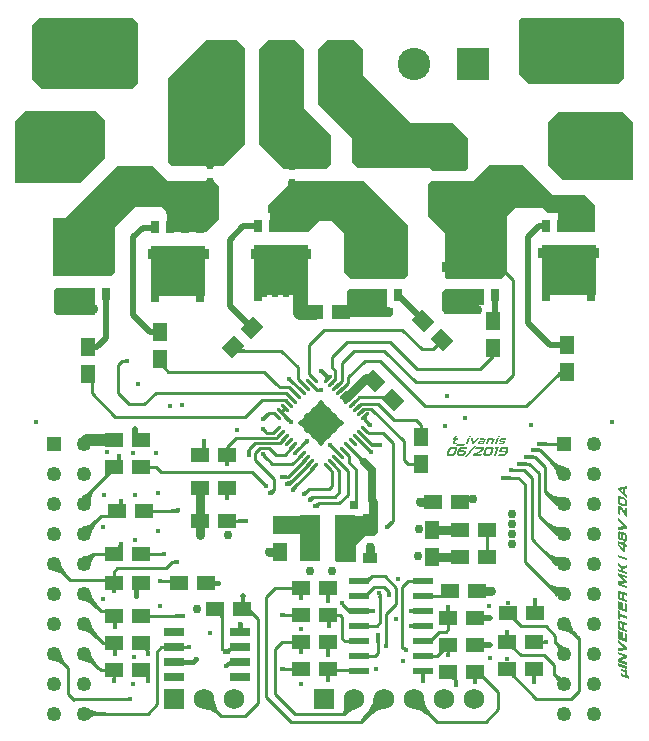
<source format=gtl>
G04 Layer_Physical_Order=1*
G04 Layer_Color=255*
%FSLAX25Y25*%
%MOIN*%
G70*
G01*
G75*
%ADD10R,0.07087X0.02362*%
%ADD11R,0.06890X0.02559*%
%ADD12R,0.10433X0.09449*%
%ADD13R,0.07087X0.15748*%
%ADD14R,0.06000X0.05000*%
%ADD15R,0.04800X0.03600*%
G04:AMPARAMS|DCode=16|XSize=78.74mil|YSize=177.16mil|CornerRadius=3.94mil|HoleSize=0mil|Usage=FLASHONLY|Rotation=180.000|XOffset=0mil|YOffset=0mil|HoleType=Round|Shape=RoundedRectangle|*
%AMROUNDEDRECTD16*
21,1,0.07874,0.16929,0,0,180.0*
21,1,0.07087,0.17716,0,0,180.0*
1,1,0.00787,-0.03543,0.08465*
1,1,0.00787,0.03543,0.08465*
1,1,0.00787,0.03543,-0.08465*
1,1,0.00787,-0.03543,-0.08465*
%
%ADD16ROUNDEDRECTD16*%
G04:AMPARAMS|DCode=17|XSize=11.81mil|YSize=33.47mil|CornerRadius=2.95mil|HoleSize=0mil|Usage=FLASHONLY|Rotation=315.000|XOffset=0mil|YOffset=0mil|HoleType=Round|Shape=RoundedRectangle|*
%AMROUNDEDRECTD17*
21,1,0.01181,0.02756,0,0,315.0*
21,1,0.00591,0.03347,0,0,315.0*
1,1,0.00591,-0.00766,-0.01183*
1,1,0.00591,-0.01183,-0.00766*
1,1,0.00591,0.00766,0.01183*
1,1,0.00591,0.01183,0.00766*
%
%ADD17ROUNDEDRECTD17*%
G04:AMPARAMS|DCode=18|XSize=11.81mil|YSize=33.47mil|CornerRadius=2.95mil|HoleSize=0mil|Usage=FLASHONLY|Rotation=225.000|XOffset=0mil|YOffset=0mil|HoleType=Round|Shape=RoundedRectangle|*
%AMROUNDEDRECTD18*
21,1,0.01181,0.02756,0,0,225.0*
21,1,0.00591,0.03347,0,0,225.0*
1,1,0.00591,-0.01183,0.00766*
1,1,0.00591,-0.00766,0.01183*
1,1,0.00591,0.01183,-0.00766*
1,1,0.00591,0.00766,-0.01183*
%
%ADD18ROUNDEDRECTD18*%
G04:AMPARAMS|DCode=19|XSize=108.27mil|YSize=108.27mil|CornerRadius=5.41mil|HoleSize=0mil|Usage=FLASHONLY|Rotation=225.000|XOffset=0mil|YOffset=0mil|HoleType=Round|Shape=RoundedRectangle|*
%AMROUNDEDRECTD19*
21,1,0.10827,0.09744,0,0,225.0*
21,1,0.09744,0.10827,0,0,225.0*
1,1,0.01083,-0.06890,0.00000*
1,1,0.01083,0.00000,0.06890*
1,1,0.01083,0.06890,0.00000*
1,1,0.01083,0.00000,-0.06890*
%
%ADD19ROUNDEDRECTD19*%
%ADD20R,0.01949X0.03543*%
%ADD21R,0.17953X0.17126*%
%ADD22R,0.02953X0.03937*%
G04:AMPARAMS|DCode=23|XSize=60mil|YSize=50mil|CornerRadius=0mil|HoleSize=0mil|Usage=FLASHONLY|Rotation=135.000|XOffset=0mil|YOffset=0mil|HoleType=Round|Shape=Rectangle|*
%AMROTATEDRECTD23*
4,1,4,0.03889,-0.00354,0.00354,-0.03889,-0.03889,0.00354,-0.00354,0.03889,0.03889,-0.00354,0.0*
%
%ADD23ROTATEDRECTD23*%

G04:AMPARAMS|DCode=24|XSize=60mil|YSize=50mil|CornerRadius=0mil|HoleSize=0mil|Usage=FLASHONLY|Rotation=45.000|XOffset=0mil|YOffset=0mil|HoleType=Round|Shape=Rectangle|*
%AMROTATEDRECTD24*
4,1,4,-0.00354,-0.03889,-0.03889,-0.00354,0.00354,0.03889,0.03889,0.00354,-0.00354,-0.03889,0.0*
%
%ADD24ROTATEDRECTD24*%

%ADD25R,0.05000X0.06000*%
%ADD26R,0.02756X0.03150*%
%ADD27C,0.01155*%
%ADD28C,0.01000*%
%ADD29C,0.01116*%
%ADD30C,0.01100*%
%ADD31C,0.02000*%
%ADD32C,0.01181*%
%ADD33C,0.03000*%
%ADD34C,0.05000*%
%ADD35C,0.01800*%
%ADD36C,0.01575*%
%ADD37C,0.02500*%
%ADD38C,0.00600*%
%ADD39C,0.01200*%
%ADD40C,0.03937*%
%ADD41C,0.01772*%
%ADD42C,0.06000*%
%ADD43R,0.10827X0.10827*%
%ADD44C,0.10827*%
%ADD45R,0.04921X0.04921*%
%ADD46C,0.04921*%
%ADD47C,0.06890*%
%ADD48R,0.06890X0.06890*%
%ADD49C,0.01969*%
%ADD50C,0.02953*%
%ADD51C,0.01772*%
G36*
X134338Y26139D02*
X133021Y26456D01*
X133042Y26473D01*
X133067Y26489D01*
X133096Y26502D01*
X133130Y26514D01*
X133169Y26524D01*
X133212Y26533D01*
X133259Y26539D01*
X133368Y26546D01*
X133429Y26547D01*
X134746D01*
X134338Y26139D01*
D02*
G37*
G36*
X25819Y26671D02*
X25820Y26665D01*
X25835Y26586D01*
X25854Y26519D01*
X25875Y26465D01*
X25899Y26426D01*
X24495D01*
X24519Y26465D01*
X24540Y26519D01*
X24558Y26586D01*
X24575Y26667D01*
X24588Y26761D01*
X24600Y26893D01*
X24617Y27691D01*
X24619Y28329D01*
X25774D01*
X25819Y26671D01*
D02*
G37*
G36*
X137032Y26667D02*
X137040Y26370D01*
X137056Y26290D01*
X137074Y26223D01*
X137096Y26170D01*
X137119Y26131D01*
X135715D01*
X135739Y26170D01*
X135760Y26223D01*
X135779Y26290D01*
X135795Y26371D01*
X135809Y26466D01*
X135820Y26598D01*
X135838Y27395D01*
X135840Y28034D01*
X136995D01*
X137032Y26667D01*
D02*
G37*
G36*
X63899Y22739D02*
X63789Y22627D01*
X63525Y22318D01*
X63458Y22224D01*
X63401Y22136D01*
X63355Y22051D01*
X63319Y21972D01*
X63294Y21897D01*
X63279Y21827D01*
X62279Y22826D01*
X62350Y22841D01*
X62425Y22866D01*
X62504Y22902D01*
X62588Y22948D01*
X62677Y23005D01*
X62771Y23072D01*
X62972Y23238D01*
X63079Y23337D01*
X63191Y23446D01*
X63899Y22739D01*
D02*
G37*
G36*
X96979Y26317D02*
X96981Y26258D01*
X96981Y26256D01*
X96997Y26177D01*
X97015Y26110D01*
X97037Y26057D01*
X97060Y26017D01*
X95656D01*
X95680Y26057D01*
X95701Y26110D01*
X95720Y26177D01*
X95736Y26258D01*
X95750Y26353D01*
X95761Y26485D01*
X95779Y27282D01*
X95781Y27920D01*
X96936D01*
X96979Y26317D01*
D02*
G37*
G36*
X121587Y28542D02*
X122113Y28076D01*
X122148Y28057D01*
X122173Y28051D01*
X121260Y27138D01*
X121254Y27163D01*
X121235Y27198D01*
X121204Y27243D01*
X121162Y27298D01*
X121041Y27438D01*
X120655Y27840D01*
X121471Y28656D01*
X121587Y28542D01*
D02*
G37*
G36*
X172776Y30048D02*
X174026Y28973D01*
X174284Y28796D01*
X174520Y28655D01*
X174734Y28551D01*
X174926Y28484D01*
X175096Y28453D01*
X172820Y27315D01*
X172881Y27453D01*
X172901Y27611D01*
X172880Y27789D01*
X172818Y27987D01*
X172716Y28205D01*
X172573Y28443D01*
X172389Y28700D01*
X172164Y28978D01*
X171592Y29592D01*
X172408Y30408D01*
X172776Y30048D01*
D02*
G37*
G36*
X158894Y27532D02*
X158955Y27531D01*
X159111Y27517D01*
X159154Y27509D01*
X159193Y27499D01*
X159227Y27487D01*
X159256Y27473D01*
X159281Y27457D01*
X159302Y27440D01*
X157985Y27123D01*
X157577Y27544D01*
X158894Y27532D01*
D02*
G37*
G36*
X61547Y28050D02*
X62074Y27584D01*
X62109Y27565D01*
X62134Y27559D01*
X61221Y26646D01*
X61214Y26671D01*
X61196Y26706D01*
X61165Y26751D01*
X61123Y26806D01*
X61001Y26946D01*
X60615Y27348D01*
X61432Y28164D01*
X61547Y28050D01*
D02*
G37*
G36*
X87919Y27493D02*
X87926Y27255D01*
X87942Y27176D01*
X87960Y27109D01*
X87981Y27056D01*
X88005Y27017D01*
X86601D01*
X86625Y27056D01*
X86646Y27109D01*
X86665Y27176D01*
X86681Y27257D01*
X86695Y27352D01*
X86706Y27484D01*
X86707Y27542D01*
X86724Y28281D01*
X86726Y28920D01*
X87881D01*
X87919Y27493D01*
D02*
G37*
G36*
X7406Y25882D02*
X7588Y25080D01*
X7619Y24979D01*
X7638Y24927D01*
X7838Y24503D01*
X8090Y24059D01*
X8396Y23598D01*
X8755Y23117D01*
X9634Y22100D01*
X10152Y21564D01*
X9336Y20748D01*
X8800Y21267D01*
X7783Y22144D01*
X7302Y22504D01*
X6841Y22810D01*
X6397Y23062D01*
X5973Y23262D01*
X5921Y23281D01*
X5820Y23312D01*
X5430Y23411D01*
X4583Y23560D01*
X7340Y26317D01*
X7406Y25882D01*
D02*
G37*
G36*
X145997Y17414D02*
X145997Y17413D01*
X146012Y17334D01*
X146031Y17267D01*
X146052Y17213D01*
X146076Y17174D01*
X144672D01*
X144696Y17213D01*
X144717Y17267D01*
X144736Y17334D01*
X144752Y17414D01*
X144765Y17509D01*
X144777Y17641D01*
X144795Y18439D01*
X144797Y19077D01*
X145951D01*
X145997Y17414D01*
D02*
G37*
G36*
X128432Y19176D02*
X128477Y17511D01*
X128493Y17432D01*
X128512Y17365D01*
X128533Y17312D01*
X128556Y17273D01*
X127152D01*
X127176Y17312D01*
X127197Y17365D01*
X127216Y17432D01*
X127232Y17513D01*
X127246Y17608D01*
X127257Y17740D01*
X127265Y18103D01*
X127270Y18308D01*
X127275Y18537D01*
X127277Y19176D01*
X128432Y19176D01*
D02*
G37*
G36*
X139286Y17436D02*
X138005Y17084D01*
X137596Y17492D01*
X139230D01*
X139286Y17436D01*
D02*
G37*
G36*
X165581Y17413D02*
X165581Y17390D01*
X165583Y17314D01*
X165599Y17235D01*
X165618Y17168D01*
X165639Y17115D01*
X165663Y17076D01*
X164259D01*
X164282Y17115D01*
X164304Y17168D01*
X164322Y17235D01*
X164338Y17316D01*
X164352Y17411D01*
X164363Y17543D01*
X164381Y18340D01*
X164383Y18979D01*
X165538D01*
X165581Y17413D01*
D02*
G37*
G36*
X148299Y18747D02*
X148312Y18737D01*
X148362Y18690D01*
X148715Y18341D01*
X148339Y17084D01*
X148265Y17162D01*
X148207Y17231D01*
X148164Y17292D01*
X148138Y17345D01*
X148127Y17390D01*
X148131Y17427D01*
X148152Y17456D01*
X148188Y17476D01*
X148240Y17488D01*
X148307Y17492D01*
X148295Y18749D01*
X148299Y18747D01*
D02*
G37*
G36*
X81682Y21446D02*
X81735Y21425D01*
X81802Y21406D01*
X81883Y21390D01*
X81978Y21376D01*
X82110Y21365D01*
X82907Y21347D01*
X83546Y21345D01*
Y20190D01*
X81881Y20145D01*
X81802Y20129D01*
X81735Y20111D01*
X81682Y20089D01*
X81643Y20066D01*
Y21470D01*
X81682Y21446D01*
D02*
G37*
G36*
X17409Y25859D02*
X17591Y25021D01*
X17664Y24775D01*
X17853Y24386D01*
X18130Y23916D01*
X18469Y23419D01*
X18868Y22896D01*
X19853Y21772D01*
X20437Y21170D01*
X19730Y20463D01*
X19128Y21047D01*
X17481Y22431D01*
X16984Y22770D01*
X16514Y23047D01*
X16125Y23236D01*
X15879Y23309D01*
X15041Y23491D01*
X14583Y23560D01*
X17340Y26317D01*
X17409Y25859D01*
D02*
G37*
G36*
X158949Y18280D02*
X159010Y18279D01*
X159166Y18265D01*
X159209Y18257D01*
X159248Y18247D01*
X159282Y18235D01*
X159311Y18221D01*
X159336Y18205D01*
X159357Y18188D01*
X158040Y17871D01*
X157632Y18292D01*
X158949Y18280D01*
D02*
G37*
G36*
X25501Y19098D02*
X25584Y17871D01*
X25597Y17684D01*
X25599Y17677D01*
X25629Y17596D01*
X25664Y17527D01*
X25702Y17470D01*
X24298D01*
X24336Y17527D01*
X24371Y17596D01*
X24401Y17677D01*
X24427Y17768D01*
X24448Y17863D01*
X24454Y17916D01*
X24489Y18528D01*
X24500Y19432D01*
X25500D01*
X25501Y19098D01*
D02*
G37*
G36*
X96785Y18341D02*
X96795Y18049D01*
X96800Y18023D01*
X96819Y17956D01*
X96840Y17902D01*
X96863Y17863D01*
X95460D01*
X95483Y17902D01*
X95504Y17956D01*
X95523Y18023D01*
X95539Y18103D01*
X95553Y18198D01*
X95560Y18278D01*
X95578Y18860D01*
X95584Y19766D01*
X96739D01*
X96785Y18341D01*
D02*
G37*
G36*
X49480Y27433D02*
X49428Y27465D01*
X49363Y27493D01*
X49287Y27518D01*
X49199Y27540D01*
X49099Y27558D01*
X49008Y27569D01*
X48877Y27578D01*
X47534Y27600D01*
X47466Y28600D01*
X47797Y28602D01*
X49100Y28679D01*
X49127Y28685D01*
X49221Y28716D01*
X49304Y28751D01*
X49377Y28791D01*
X49440Y28836D01*
X49480Y27433D01*
D02*
G37*
G36*
X70575Y40457D02*
X70586Y40448D01*
X70630Y40408D01*
X70937Y40105D01*
Y38691D01*
X70571Y39044D01*
Y40459D01*
X70575Y40457D01*
D02*
G37*
G36*
X136899Y40857D02*
X136878Y40804D01*
X136859Y40737D01*
X136843Y40656D01*
X136829Y40562D01*
X136818Y40430D01*
X136800Y39632D01*
X136798Y38994D01*
X135643D01*
X135598Y40658D01*
X135582Y40737D01*
X135563Y40804D01*
X135542Y40857D01*
X135519Y40897D01*
X136922D01*
X136899Y40857D01*
D02*
G37*
G36*
X81584Y39458D02*
X81637Y39437D01*
X81704Y39418D01*
X81785Y39402D01*
X81879Y39388D01*
X82011Y39377D01*
X82809Y39359D01*
X83447Y39357D01*
Y38202D01*
X81783Y38157D01*
X81704Y38141D01*
X81637Y38122D01*
X81584Y38101D01*
X81544Y38078D01*
Y39481D01*
X81584Y39458D01*
D02*
G37*
G36*
X159287Y37079D02*
X159348Y37078D01*
X159505Y37064D01*
X159548Y37056D01*
X159586Y37046D01*
X159620Y37034D01*
X159650Y37020D01*
X159675Y37005D01*
X159696Y36987D01*
X158379Y36671D01*
X157970Y37091D01*
X159287Y37079D01*
D02*
G37*
G36*
X47294Y37782D02*
X47255Y37806D01*
X47202Y37827D01*
X47135Y37846D01*
X47054Y37862D01*
X46959Y37876D01*
X46827Y37887D01*
X46030Y37905D01*
X45391Y37907D01*
Y39062D01*
X47056Y39107D01*
X47135Y39123D01*
X47202Y39141D01*
X47255Y39162D01*
X47294Y39186D01*
Y37782D01*
D02*
G37*
G36*
X17406Y45882D02*
X17588Y45080D01*
X17664Y44837D01*
X17860Y44449D01*
X18141Y43987D01*
X18484Y43496D01*
X19357Y42426D01*
X19887Y41846D01*
X20480Y41237D01*
X19663Y40420D01*
X19054Y41013D01*
X17404Y42416D01*
X16913Y42759D01*
X16451Y43040D01*
X16063Y43236D01*
X15820Y43312D01*
X15430Y43411D01*
X14583Y43560D01*
X17340Y46317D01*
X17406Y45882D01*
D02*
G37*
G36*
X165934Y43220D02*
X165913Y43166D01*
X165894Y43099D01*
X165878Y43018D01*
X165865Y42924D01*
X165853Y42792D01*
X165849Y42600D01*
X165844Y42361D01*
X165835Y41994D01*
X165833Y41356D01*
X164678D01*
X164633Y43020D01*
X164617Y43099D01*
X164599Y43166D01*
X164578Y43220D01*
X164554Y43259D01*
X165958D01*
X165934Y43220D01*
D02*
G37*
G36*
X101801Y42859D02*
X101824Y42806D01*
X101858Y42746D01*
X101904Y42677D01*
X101961Y42600D01*
X102047Y42499D01*
X102598Y41922D01*
X103048Y41469D01*
X103043Y41465D01*
X103063Y41445D01*
X103075Y39821D01*
X103067Y39827D01*
X103042Y39850D01*
X102246Y40638D01*
X102262Y40684D01*
X102231Y40653D01*
X101023Y41798D01*
X100955Y41843D01*
X100895Y41877D01*
X100842Y41899D01*
X100798Y41910D01*
X101790Y42903D01*
X101801Y42859D01*
D02*
G37*
G36*
X110680Y39652D02*
X110641Y39676D01*
X110588Y39697D01*
X110521Y39716D01*
X110440Y39732D01*
X110345Y39746D01*
X110213Y39757D01*
X109416Y39775D01*
X108777Y39777D01*
Y40932D01*
X108850Y40934D01*
X110441Y40977D01*
X110521Y40993D01*
X110588Y41012D01*
X110641Y41033D01*
X110680Y41056D01*
Y39652D01*
D02*
G37*
G36*
X124399Y41033D02*
X124452Y41012D01*
X124519Y40993D01*
X124600Y40977D01*
X124694Y40963D01*
X124826Y40952D01*
X125624Y40934D01*
X126262Y40932D01*
Y39777D01*
X124598Y39732D01*
X124519Y39716D01*
X124452Y39697D01*
X124399Y39676D01*
X124359Y39652D01*
Y41056D01*
X124399Y41033D01*
D02*
G37*
G36*
X97079Y36145D02*
X97079Y36114D01*
X97095Y36034D01*
X97114Y35967D01*
X97135Y35914D01*
X97159Y35875D01*
X95755D01*
X95778Y35914D01*
X95800Y35967D01*
X95818Y36034D01*
X95834Y36115D01*
X95848Y36210D01*
X95859Y36342D01*
X95877Y37139D01*
X95879Y37778D01*
X97034D01*
X97079Y36145D01*
D02*
G37*
G36*
X168272Y29098D02*
X168245Y29107D01*
X168183Y29115D01*
X168087Y29123D01*
X167093Y29145D01*
X166454Y29147D01*
Y30302D01*
X168272Y30351D01*
Y29098D01*
D02*
G37*
G36*
X113474Y31507D02*
X113452Y31454D01*
X113434Y31387D01*
X113418Y31306D01*
X113404Y31211D01*
X113392Y31079D01*
X113375Y30282D01*
X113373Y29643D01*
X112218D01*
X112173Y31308D01*
X112157Y31387D01*
X112138Y31454D01*
X112117Y31507D01*
X112093Y31546D01*
X113497D01*
X113474Y31507D01*
D02*
G37*
G36*
X116325Y30789D02*
X116300Y29047D01*
X115046Y29093D01*
X115070Y29133D01*
X115091Y29205D01*
X115110Y29310D01*
X115126Y29448D01*
X115159Y30057D01*
X115171Y30962D01*
X116325Y30789D01*
D02*
G37*
G36*
X64648Y27610D02*
X63928Y27116D01*
X64022Y26984D01*
X63606Y26720D01*
X63601Y26688D01*
X63590Y26644D01*
X63576Y26602D01*
X63560Y26562D01*
X63540Y26525D01*
X63517Y26489D01*
X63491Y26456D01*
X63462Y26424D01*
X63428Y26607D01*
X62893Y26267D01*
X62304Y27503D01*
X62279Y27542D01*
X62396Y27532D01*
X62523Y27545D01*
X62660Y27582D01*
X62808Y27643D01*
X62966Y27728D01*
X63134Y27837D01*
X63314Y27969D01*
X63503Y28125D01*
X63913Y28508D01*
X64648Y27610D01*
D02*
G37*
G36*
X146519Y30085D02*
X146619Y30075D01*
X146996Y30057D01*
X149535Y30035D01*
Y28035D01*
X146477Y27974D01*
Y30097D01*
X146519Y30085D01*
D02*
G37*
G36*
X124399Y36013D02*
X124452Y35992D01*
X124519Y35973D01*
X124600Y35957D01*
X124694Y35943D01*
X124826Y35932D01*
X125624Y35914D01*
X126262Y35912D01*
Y34757D01*
X124598Y34712D01*
X124519Y34696D01*
X124452Y34677D01*
X124399Y34656D01*
X124359Y34633D01*
Y36037D01*
X124399Y36013D01*
D02*
G37*
G36*
X25776Y36138D02*
X25819Y35525D01*
X25835Y35444D01*
X25854Y35377D01*
X25875Y35324D01*
X25899Y35284D01*
X24495D01*
X24519Y35324D01*
X24540Y35377D01*
X24558Y35444D01*
X24575Y35525D01*
X24588Y35620D01*
X24608Y35851D01*
X24619Y36302D01*
X25774D01*
X25776Y36138D01*
D02*
G37*
G36*
X156428Y32740D02*
X156477D01*
X156468Y32713D01*
X156459Y32652D01*
X156452Y32556D01*
X156430Y31561D01*
X156428Y30923D01*
X155273D01*
X155224Y32740D01*
X155273D01*
Y33085D01*
X156428D01*
Y32740D01*
D02*
G37*
G36*
X17406Y35882D02*
X17588Y35080D01*
X17664Y34837D01*
X17860Y34449D01*
X18141Y33987D01*
X18484Y33496D01*
X19357Y32425D01*
X19887Y31846D01*
X20480Y31237D01*
X19663Y30421D01*
X19054Y31013D01*
X17404Y32416D01*
X16913Y32759D01*
X16451Y33040D01*
X16063Y33236D01*
X15820Y33312D01*
X15430Y33411D01*
X14583Y33560D01*
X17340Y36317D01*
X17406Y35882D01*
D02*
G37*
G36*
X177398Y35708D02*
X177491Y35323D01*
X177640Y34917D01*
X177844Y34490D01*
X178103Y34042D01*
X178418Y33573D01*
X178788Y33083D01*
X179695Y32039D01*
X180231Y31486D01*
X179414Y30669D01*
X178861Y31205D01*
X177817Y32111D01*
X177327Y32482D01*
X176858Y32796D01*
X176410Y33056D01*
X175983Y33260D01*
X175577Y33409D01*
X175192Y33502D01*
X174828Y33540D01*
X177360Y36072D01*
X177398Y35708D01*
D02*
G37*
G36*
X147675Y94914D02*
X147725Y94909D01*
X147784Y94900D01*
X147843Y94887D01*
X147898Y94873D01*
X147903D01*
X147921Y94864D01*
X147948Y94855D01*
X147984Y94841D01*
X148021Y94823D01*
X148057Y94796D01*
X148098Y94768D01*
X148130Y94732D01*
X148135Y94727D01*
X148144Y94714D01*
X148157Y94691D01*
X148171Y94664D01*
X148189Y94623D01*
X148203Y94582D01*
X148216Y94532D01*
X148221Y94473D01*
Y94463D01*
Y94445D01*
Y94413D01*
X148216Y94368D01*
X148207Y94313D01*
X148198Y94250D01*
X148180Y94177D01*
X148153Y94095D01*
X148148Y94086D01*
X148144Y94068D01*
X148130Y94031D01*
X148112Y93990D01*
X148094Y93945D01*
X148066Y93890D01*
X148007Y93786D01*
X148003Y93781D01*
X147994Y93763D01*
X147975Y93740D01*
X147952Y93708D01*
X147921Y93667D01*
X147889Y93626D01*
X147807Y93544D01*
X147802Y93540D01*
X147784Y93526D01*
X147761Y93503D01*
X147730Y93476D01*
X147689Y93444D01*
X147639Y93412D01*
X147589Y93376D01*
X147529Y93340D01*
X147520Y93335D01*
X147502Y93321D01*
X147470Y93303D01*
X147425Y93281D01*
X147370Y93253D01*
X147306Y93217D01*
X147238Y93185D01*
X147161Y93148D01*
X145896Y92557D01*
X147616D01*
X147402Y91929D01*
X144531D01*
X144758Y92589D01*
X147052Y93717D01*
X147056Y93722D01*
X147074Y93731D01*
X147102Y93745D01*
X147129Y93763D01*
X147202Y93804D01*
X147234Y93831D01*
X147261Y93858D01*
X147266Y93863D01*
X147275Y93872D01*
X147284Y93890D01*
X147302Y93908D01*
X147334Y93963D01*
X147366Y94031D01*
Y94036D01*
X147370Y94054D01*
X147379Y94077D01*
X147384Y94104D01*
Y94131D01*
Y94163D01*
X147375Y94191D01*
X147361Y94213D01*
Y94218D01*
X147352Y94222D01*
X147338Y94231D01*
X147325Y94240D01*
X147297Y94250D01*
X147270Y94259D01*
X147234Y94268D01*
X145314D01*
X145536Y94919D01*
X147625D01*
X147675Y94914D01*
D02*
G37*
G36*
X152284Y91929D02*
X151520D01*
X152321Y94291D01*
X151788D01*
X152002Y94919D01*
X153303D01*
X152284Y91929D01*
D02*
G37*
G36*
X142520Y94291D02*
X140996D01*
X140964Y94286D01*
X140927D01*
X140886Y94282D01*
X140805Y94263D01*
X140800D01*
X140786Y94259D01*
X140768Y94254D01*
X140741Y94245D01*
X140677Y94218D01*
X140604Y94177D01*
X140600Y94172D01*
X140591Y94168D01*
X140572Y94154D01*
X140550Y94136D01*
X140522Y94109D01*
X140495Y94081D01*
X140463Y94049D01*
X140431Y94008D01*
X140427Y94004D01*
X140418Y93990D01*
X140404Y93967D01*
X140386Y93936D01*
X140363Y93899D01*
X140336Y93849D01*
X140313Y93799D01*
X140286Y93740D01*
X141628D01*
X141660Y93735D01*
X141701D01*
X141751Y93731D01*
X141856Y93713D01*
X141969Y93685D01*
X142083Y93649D01*
X142133Y93622D01*
X142179Y93594D01*
X142219Y93558D01*
X142256Y93522D01*
Y93517D01*
X142265Y93512D01*
X142270Y93499D01*
X142279Y93481D01*
X142288Y93458D01*
X142301Y93431D01*
X142311Y93399D01*
X142320Y93362D01*
X142329Y93321D01*
X142333Y93271D01*
X142338Y93221D01*
X142333Y93162D01*
X142329Y93098D01*
X142320Y93035D01*
X142301Y92962D01*
X142279Y92885D01*
X142274Y92875D01*
X142265Y92848D01*
X142251Y92807D01*
X142229Y92757D01*
X142201Y92698D01*
X142165Y92634D01*
X142129Y92566D01*
X142083Y92498D01*
X142078Y92489D01*
X142060Y92471D01*
X142037Y92439D01*
X142001Y92398D01*
X141956Y92348D01*
X141906Y92298D01*
X141846Y92248D01*
X141783Y92198D01*
X141774Y92193D01*
X141751Y92175D01*
X141715Y92152D01*
X141660Y92125D01*
X141601Y92093D01*
X141528Y92061D01*
X141446Y92029D01*
X141355Y91997D01*
X141350D01*
X141346Y91993D01*
X141332D01*
X141314Y91988D01*
X141287Y91984D01*
X141260Y91975D01*
X141191Y91966D01*
X141109Y91952D01*
X141014Y91938D01*
X140905Y91934D01*
X140791Y91929D01*
X140140D01*
X140108Y91934D01*
X140026Y91938D01*
X139931Y91943D01*
X139835Y91956D01*
X139735Y91970D01*
X139644Y91988D01*
X139640D01*
X139635Y91993D01*
X139608Y92002D01*
X139567Y92016D01*
X139517Y92038D01*
X139462Y92066D01*
X139403Y92107D01*
X139353Y92152D01*
X139307Y92207D01*
X139303Y92216D01*
X139294Y92238D01*
X139276Y92275D01*
X139258Y92325D01*
X139244Y92389D01*
X139230Y92466D01*
X139221Y92557D01*
X139226Y92662D01*
Y92666D01*
Y92675D01*
X139230Y92694D01*
X139235Y92716D01*
Y92744D01*
X139244Y92780D01*
X139248Y92821D01*
X139258Y92866D01*
X139271Y92917D01*
X139285Y92971D01*
X139298Y93035D01*
X139317Y93103D01*
X139335Y93171D01*
X139358Y93249D01*
X139412Y93412D01*
Y93417D01*
X139421Y93435D01*
X139430Y93458D01*
X139439Y93490D01*
X139453Y93531D01*
X139471Y93576D01*
X139489Y93626D01*
X139512Y93685D01*
X139562Y93804D01*
X139621Y93931D01*
X139681Y94054D01*
X139744Y94172D01*
Y94177D01*
X139753Y94186D01*
X139762Y94200D01*
X139776Y94222D01*
X139813Y94272D01*
X139863Y94341D01*
X139917Y94413D01*
X139986Y94491D01*
X140063Y94564D01*
X140140Y94632D01*
X140145D01*
X140149Y94641D01*
X140163Y94650D01*
X140177Y94659D01*
X140222Y94686D01*
X140281Y94723D01*
X140354Y94759D01*
X140436Y94800D01*
X140527Y94832D01*
X140627Y94859D01*
X140632D01*
X140641Y94864D01*
X140654D01*
X140673Y94868D01*
X140700Y94873D01*
X140732Y94877D01*
X140768Y94882D01*
X140805Y94891D01*
X140895Y94900D01*
X141005Y94909D01*
X141123Y94914D01*
X141250Y94919D01*
X142734D01*
X142520Y94291D01*
D02*
G37*
G36*
X138225Y94973D02*
X138270D01*
X138325Y94968D01*
X138379D01*
X138498Y94955D01*
X138625Y94941D01*
X138743Y94919D01*
X138798Y94905D01*
X138853Y94891D01*
X138857D01*
X138866Y94887D01*
X138880Y94882D01*
X138898Y94877D01*
X138944Y94855D01*
X138998Y94828D01*
X139062Y94791D01*
X139126Y94746D01*
X139180Y94686D01*
X139226Y94623D01*
X139230Y94614D01*
X139239Y94591D01*
X139258Y94550D01*
X139271Y94491D01*
X139285Y94423D01*
X139294Y94341D01*
Y94245D01*
X139285Y94140D01*
Y94136D01*
Y94127D01*
X139280Y94109D01*
X139276Y94086D01*
X139271Y94059D01*
X139267Y94027D01*
X139258Y93986D01*
X139248Y93940D01*
X139235Y93890D01*
X139221Y93836D01*
X139189Y93713D01*
X139153Y93576D01*
X139103Y93422D01*
Y93417D01*
X139098Y93403D01*
X139089Y93381D01*
X139076Y93349D01*
X139066Y93312D01*
X139048Y93271D01*
X139030Y93221D01*
X139012Y93171D01*
X138966Y93058D01*
X138912Y92935D01*
X138857Y92816D01*
X138798Y92698D01*
Y92694D01*
X138789Y92684D01*
X138780Y92671D01*
X138771Y92648D01*
X138734Y92598D01*
X138689Y92530D01*
X138634Y92452D01*
X138566Y92375D01*
X138488Y92293D01*
X138407Y92220D01*
X138402D01*
X138398Y92211D01*
X138384Y92202D01*
X138366Y92189D01*
X138343Y92175D01*
X138316Y92157D01*
X138252Y92116D01*
X138170Y92075D01*
X138075Y92029D01*
X137965Y91988D01*
X137847Y91952D01*
X137842D01*
X137833Y91947D01*
X137815Y91943D01*
X137788Y91938D01*
X137756Y91934D01*
X137720Y91925D01*
X137674Y91920D01*
X137629Y91911D01*
X137569Y91902D01*
X137510Y91897D01*
X137447Y91888D01*
X137374Y91884D01*
X137219Y91874D01*
X137051Y91870D01*
X136973D01*
X136932Y91874D01*
X136887D01*
X136832Y91879D01*
X136778D01*
X136659Y91888D01*
X136537Y91906D01*
X136414Y91925D01*
X136359Y91938D01*
X136304Y91952D01*
X136300D01*
X136291Y91956D01*
X136277Y91961D01*
X136259Y91966D01*
X136214Y91988D01*
X136159Y92016D01*
X136095Y92052D01*
X136036Y92102D01*
X135977Y92157D01*
X135931Y92220D01*
X135927Y92229D01*
X135918Y92252D01*
X135900Y92293D01*
X135886Y92352D01*
X135872Y92421D01*
X135859Y92502D01*
Y92593D01*
X135868Y92698D01*
Y92703D01*
Y92712D01*
X135872Y92730D01*
X135877Y92753D01*
X135881Y92780D01*
X135890Y92816D01*
X135895Y92853D01*
X135904Y92898D01*
X135918Y92948D01*
X135931Y93003D01*
X135963Y93130D01*
X136000Y93267D01*
X136050Y93422D01*
Y93426D01*
X136054Y93440D01*
X136063Y93463D01*
X136077Y93494D01*
X136091Y93531D01*
X136104Y93572D01*
X136123Y93617D01*
X136141Y93672D01*
X136186Y93781D01*
X136241Y93904D01*
X136295Y94027D01*
X136355Y94140D01*
Y94145D01*
X136364Y94154D01*
X136373Y94168D01*
X136382Y94191D01*
X136400Y94213D01*
X136418Y94245D01*
X136464Y94313D01*
X136518Y94386D01*
X136587Y94468D01*
X136664Y94550D01*
X136746Y94623D01*
X136750D01*
X136755Y94632D01*
X136769Y94641D01*
X136787Y94655D01*
X136810Y94668D01*
X136837Y94686D01*
X136905Y94727D01*
X136983Y94768D01*
X137078Y94814D01*
X137187Y94855D01*
X137305Y94891D01*
X137310D01*
X137319Y94896D01*
X137337Y94900D01*
X137365Y94905D01*
X137397Y94909D01*
X137433Y94919D01*
X137478Y94928D01*
X137529Y94937D01*
X137583Y94941D01*
X137647Y94950D01*
X137710Y94959D01*
X137783Y94964D01*
X137938Y94973D01*
X138106Y94978D01*
X138184D01*
X138225Y94973D01*
D02*
G37*
G36*
X150391D02*
X150437D01*
X150491Y94968D01*
X150546D01*
X150664Y94955D01*
X150792Y94941D01*
X150910Y94919D01*
X150965Y94905D01*
X151019Y94891D01*
X151024D01*
X151033Y94887D01*
X151047Y94882D01*
X151065Y94877D01*
X151110Y94855D01*
X151165Y94828D01*
X151228Y94791D01*
X151292Y94746D01*
X151347Y94686D01*
X151392Y94623D01*
X151397Y94614D01*
X151406Y94591D01*
X151424Y94550D01*
X151438Y94491D01*
X151452Y94423D01*
X151461Y94341D01*
Y94245D01*
X151452Y94140D01*
Y94136D01*
Y94127D01*
X151447Y94109D01*
X151442Y94086D01*
X151438Y94059D01*
X151433Y94027D01*
X151424Y93986D01*
X151415Y93940D01*
X151401Y93890D01*
X151388Y93836D01*
X151356Y93713D01*
X151320Y93576D01*
X151269Y93422D01*
Y93417D01*
X151265Y93403D01*
X151256Y93381D01*
X151242Y93349D01*
X151233Y93312D01*
X151215Y93271D01*
X151197Y93221D01*
X151179Y93171D01*
X151133Y93058D01*
X151078Y92935D01*
X151024Y92816D01*
X150965Y92698D01*
Y92694D01*
X150955Y92684D01*
X150946Y92671D01*
X150937Y92648D01*
X150901Y92598D01*
X150855Y92530D01*
X150801Y92452D01*
X150733Y92375D01*
X150655Y92293D01*
X150573Y92220D01*
X150569D01*
X150564Y92211D01*
X150551Y92202D01*
X150532Y92189D01*
X150510Y92175D01*
X150482Y92157D01*
X150419Y92116D01*
X150337Y92075D01*
X150241Y92029D01*
X150132Y91988D01*
X150014Y91952D01*
X150009D01*
X150000Y91947D01*
X149982Y91943D01*
X149954Y91938D01*
X149923Y91934D01*
X149886Y91925D01*
X149841Y91920D01*
X149795Y91911D01*
X149736Y91902D01*
X149677Y91897D01*
X149613Y91888D01*
X149540Y91884D01*
X149386Y91874D01*
X149217Y91870D01*
X149140D01*
X149099Y91874D01*
X149054D01*
X148999Y91879D01*
X148944D01*
X148826Y91888D01*
X148703Y91906D01*
X148580Y91925D01*
X148526Y91938D01*
X148471Y91952D01*
X148467D01*
X148458Y91956D01*
X148444Y91961D01*
X148426Y91966D01*
X148380Y91988D01*
X148326Y92016D01*
X148262Y92052D01*
X148203Y92102D01*
X148144Y92157D01*
X148098Y92220D01*
X148094Y92229D01*
X148084Y92252D01*
X148066Y92293D01*
X148053Y92352D01*
X148039Y92421D01*
X148025Y92502D01*
Y92593D01*
X148034Y92698D01*
Y92703D01*
Y92712D01*
X148039Y92730D01*
X148044Y92753D01*
X148048Y92780D01*
X148057Y92816D01*
X148062Y92853D01*
X148071Y92898D01*
X148084Y92948D01*
X148098Y93003D01*
X148130Y93130D01*
X148166Y93267D01*
X148216Y93422D01*
Y93426D01*
X148221Y93440D01*
X148230Y93463D01*
X148244Y93494D01*
X148257Y93531D01*
X148271Y93572D01*
X148289Y93617D01*
X148307Y93672D01*
X148353Y93781D01*
X148407Y93904D01*
X148462Y94027D01*
X148521Y94140D01*
Y94145D01*
X148530Y94154D01*
X148539Y94168D01*
X148549Y94191D01*
X148567Y94213D01*
X148585Y94245D01*
X148630Y94313D01*
X148685Y94386D01*
X148753Y94468D01*
X148831Y94550D01*
X148913Y94623D01*
X148917D01*
X148922Y94632D01*
X148935Y94641D01*
X148953Y94655D01*
X148976Y94668D01*
X149004Y94686D01*
X149072Y94727D01*
X149149Y94768D01*
X149245Y94814D01*
X149354Y94855D01*
X149472Y94891D01*
X149477D01*
X149486Y94896D01*
X149504Y94900D01*
X149531Y94905D01*
X149563Y94909D01*
X149600Y94919D01*
X149645Y94928D01*
X149695Y94937D01*
X149750Y94941D01*
X149813Y94950D01*
X149877Y94959D01*
X149950Y94964D01*
X150105Y94973D01*
X150273Y94978D01*
X150350D01*
X150391Y94973D01*
D02*
G37*
G36*
X195866Y25511D02*
Y24537D01*
X193819Y23773D01*
X195866Y23081D01*
Y22335D01*
X192877Y23349D01*
Y24300D01*
X194997Y25065D01*
X192877Y25788D01*
Y26530D01*
X195866Y25511D01*
D02*
G37*
G36*
Y28150D02*
Y27281D01*
X192877Y26844D01*
Y27727D01*
X195061Y27986D01*
X192877Y29751D01*
Y30643D01*
X195866Y28150D01*
D02*
G37*
G36*
Y21775D02*
Y20974D01*
X192877Y21989D01*
Y22794D01*
X195866Y21775D01*
D02*
G37*
G36*
X155583Y94914D02*
X155665Y94909D01*
X155756Y94905D01*
X155856Y94896D01*
X155951Y94877D01*
X156042Y94859D01*
X156047D01*
X156052Y94855D01*
X156079Y94846D01*
X156120Y94832D01*
X156170Y94809D01*
X156229Y94777D01*
X156284Y94741D01*
X156334Y94691D01*
X156379Y94636D01*
X156384Y94627D01*
X156397Y94609D01*
X156411Y94573D01*
X156429Y94523D01*
X156443Y94454D01*
X156456Y94382D01*
X156461Y94291D01*
X156456Y94186D01*
Y94181D01*
Y94172D01*
X156452Y94154D01*
Y94131D01*
X156447Y94104D01*
X156443Y94068D01*
X156434Y94031D01*
X156425Y93981D01*
X156415Y93931D01*
X156402Y93876D01*
X156388Y93813D01*
X156370Y93745D01*
X156352Y93676D01*
X156329Y93599D01*
X156279Y93435D01*
Y93431D01*
X156270Y93412D01*
X156265Y93390D01*
X156252Y93358D01*
X156238Y93317D01*
X156220Y93271D01*
X156202Y93221D01*
X156179Y93162D01*
X156129Y93044D01*
X156070Y92917D01*
X156006Y92789D01*
X155942Y92671D01*
Y92666D01*
X155933Y92657D01*
X155924Y92643D01*
X155911Y92621D01*
X155874Y92571D01*
X155829Y92502D01*
X155769Y92430D01*
X155706Y92352D01*
X155633Y92279D01*
X155551Y92211D01*
X155546D01*
X155542Y92202D01*
X155528Y92198D01*
X155515Y92184D01*
X155469Y92157D01*
X155410Y92120D01*
X155337Y92084D01*
X155251Y92047D01*
X155160Y92016D01*
X155060Y91988D01*
X155055D01*
X155046Y91984D01*
X155032D01*
X155010Y91979D01*
X154987Y91975D01*
X154955Y91970D01*
X154919Y91966D01*
X154882Y91961D01*
X154787Y91947D01*
X154682Y91938D01*
X154568Y91934D01*
X154441Y91929D01*
X152971D01*
X153185Y92557D01*
X154705D01*
X154737Y92562D01*
X154773D01*
X154814Y92566D01*
X154896Y92580D01*
X154900D01*
X154914Y92584D01*
X154932Y92589D01*
X154959Y92598D01*
X155023Y92625D01*
X155092Y92666D01*
X155096Y92671D01*
X155110Y92680D01*
X155128Y92694D01*
X155151Y92716D01*
X155178Y92739D01*
X155205Y92771D01*
X155237Y92807D01*
X155269Y92848D01*
X155273Y92853D01*
X155283Y92871D01*
X155301Y92894D01*
X155319Y92930D01*
X155346Y92971D01*
X155374Y93021D01*
X155401Y93080D01*
X155433Y93148D01*
X154122D01*
X154090Y93153D01*
X154050D01*
X153999Y93158D01*
X153945Y93167D01*
X153890Y93171D01*
X153772Y93199D01*
X153658Y93230D01*
X153599Y93253D01*
X153549Y93281D01*
X153504Y93308D01*
X153463Y93344D01*
Y93349D01*
X153454Y93353D01*
X153444Y93367D01*
X153435Y93381D01*
X153422Y93403D01*
X153408Y93431D01*
X153399Y93463D01*
X153385Y93499D01*
X153376Y93544D01*
X153367Y93590D01*
X153363Y93644D01*
X153367Y93704D01*
X153372Y93767D01*
X153381Y93836D01*
X153399Y93913D01*
X153422Y93995D01*
Y93999D01*
X153426Y94004D01*
X153435Y94027D01*
X153449Y94068D01*
X153472Y94118D01*
X153494Y94172D01*
X153526Y94236D01*
X153563Y94300D01*
X153604Y94363D01*
X153608Y94372D01*
X153626Y94391D01*
X153649Y94423D01*
X153685Y94463D01*
X153726Y94513D01*
X153777Y94559D01*
X153831Y94609D01*
X153895Y94659D01*
X153904Y94664D01*
X153927Y94677D01*
X153963Y94700D01*
X154013Y94727D01*
X154077Y94759D01*
X154150Y94791D01*
X154232Y94823D01*
X154318Y94850D01*
X154323D01*
X154332Y94855D01*
X154345D01*
X154364Y94859D01*
X154386Y94868D01*
X154413Y94873D01*
X154486Y94887D01*
X154568Y94896D01*
X154668Y94909D01*
X154782Y94914D01*
X154900Y94919D01*
X155546D01*
X155583Y94914D01*
D02*
G37*
G36*
X195347Y20569D02*
Y20801D01*
X195866Y20624D01*
Y19154D01*
Y19150D01*
Y19132D01*
Y19109D01*
Y19077D01*
X195862Y19041D01*
Y19000D01*
X195852Y18918D01*
Y18913D01*
X195848Y18900D01*
Y18881D01*
X195843Y18859D01*
X195830Y18795D01*
X195816Y18727D01*
X196717Y18449D01*
Y17717D01*
X193973Y18649D01*
Y19386D01*
X194992Y19036D01*
X194997D01*
X195015Y19031D01*
X195038Y19022D01*
X195070Y19018D01*
X195138D01*
X195175Y19022D01*
X195206Y19036D01*
X195211Y19041D01*
X195215Y19050D01*
X195229Y19063D01*
X195243Y19091D01*
X195256Y19123D01*
X195265Y19173D01*
X195275Y19232D01*
X195279Y19305D01*
Y19855D01*
X193973Y20296D01*
Y21034D01*
X195347Y20569D01*
D02*
G37*
G36*
X142502Y91479D02*
X141928D01*
X144927Y95337D01*
X145509D01*
X142502Y91479D01*
D02*
G37*
G36*
X148046Y97754D02*
X148128Y97750D01*
X148219Y97741D01*
X148306Y97727D01*
X148388Y97714D01*
X148397D01*
X148424Y97704D01*
X148460Y97695D01*
X148506Y97677D01*
X148556Y97659D01*
X148611Y97636D01*
X148656Y97604D01*
X148702Y97572D01*
X148706Y97568D01*
X148720Y97554D01*
X148733Y97536D01*
X148756Y97509D01*
X148774Y97477D01*
X148793Y97436D01*
X148806Y97386D01*
X148815Y97336D01*
Y97331D01*
Y97313D01*
Y97281D01*
X148811Y97240D01*
X148806Y97190D01*
X148793Y97131D01*
X148779Y97067D01*
X148756Y96995D01*
X148370Y95866D01*
X146731D01*
X146686Y95871D01*
X146636Y95875D01*
X146581Y95880D01*
X146531Y95889D01*
X146481Y95898D01*
X146477D01*
X146463Y95907D01*
X146440Y95912D01*
X146417Y95925D01*
X146363Y95957D01*
X146336Y95980D01*
X146313Y96003D01*
Y96007D01*
X146304Y96016D01*
X146295Y96030D01*
X146286Y96053D01*
X146276Y96080D01*
X146272Y96112D01*
X146267Y96148D01*
Y96189D01*
Y96194D01*
X146272Y96212D01*
Y96235D01*
X146281Y96267D01*
X146286Y96307D01*
X146299Y96358D01*
X146313Y96408D01*
X146331Y96467D01*
X146336Y96476D01*
X146340Y96494D01*
X146354Y96521D01*
X146368Y96558D01*
X146386Y96603D01*
X146404Y96644D01*
X146427Y96690D01*
X146449Y96731D01*
X146454Y96735D01*
X146463Y96749D01*
X146477Y96767D01*
X146495Y96790D01*
X146522Y96817D01*
X146549Y96844D01*
X146618Y96899D01*
X146622Y96904D01*
X146636Y96908D01*
X146659Y96922D01*
X146686Y96935D01*
X146718Y96949D01*
X146759Y96963D01*
X146804Y96976D01*
X146854Y96986D01*
X146859D01*
X146877Y96990D01*
X146909Y96995D01*
X146950Y96999D01*
X146995Y97004D01*
X147055Y97008D01*
X147118Y97013D01*
X148101D01*
X148106Y97031D01*
Y97035D01*
X148110Y97040D01*
X148115Y97067D01*
X148124Y97104D01*
Y97145D01*
Y97149D01*
Y97154D01*
X148119Y97172D01*
X148101Y97199D01*
X148092Y97213D01*
X148074Y97227D01*
X148065Y97231D01*
X148056Y97236D01*
X148037Y97245D01*
X148019Y97254D01*
X147992Y97259D01*
X147965Y97268D01*
X147928Y97272D01*
X147924D01*
X147910Y97277D01*
X147887D01*
X147860Y97281D01*
X147824D01*
X147778Y97286D01*
X146882D01*
X147041Y97759D01*
X147969D01*
X148046Y97754D01*
D02*
G37*
G36*
X151072D02*
X151149Y97750D01*
X151231Y97741D01*
X151313Y97727D01*
X151391Y97714D01*
X151400D01*
X151423Y97704D01*
X151459Y97695D01*
X151500Y97682D01*
X151595Y97636D01*
X151641Y97609D01*
X151682Y97577D01*
X151686Y97572D01*
X151696Y97559D01*
X151714Y97540D01*
X151732Y97513D01*
X151750Y97481D01*
X151768Y97440D01*
X151782Y97390D01*
X151786Y97340D01*
Y97336D01*
Y97313D01*
Y97286D01*
X151782Y97245D01*
X151777Y97195D01*
X151764Y97136D01*
X151750Y97072D01*
X151727Y96999D01*
X151341Y95866D01*
X150603D01*
X150958Y96908D01*
Y96913D01*
X150963Y96931D01*
X150972Y96958D01*
X150977Y96986D01*
Y97017D01*
X150972Y97054D01*
X150968Y97081D01*
X150949Y97108D01*
X150945Y97113D01*
X150940Y97117D01*
X150922Y97127D01*
X150899Y97140D01*
X150867Y97154D01*
X150822Y97163D01*
X150763Y97167D01*
X150695Y97172D01*
X150067D01*
X149621Y95866D01*
X148884D01*
X149530Y97759D01*
X150999D01*
X151072Y97754D01*
D02*
G37*
G36*
X142919Y95866D02*
X142182D01*
X142828Y97759D01*
X143565D01*
X142919Y95866D01*
D02*
G37*
G36*
X141763Y95375D02*
X138965D01*
X139115Y95825D01*
X141918D01*
X141763Y95375D01*
D02*
G37*
G36*
X139047Y97759D02*
X139688D01*
X139520Y97263D01*
X138878D01*
X138642Y96567D01*
Y96562D01*
X138637Y96553D01*
X138633Y96535D01*
Y96512D01*
Y96490D01*
Y96467D01*
X138642Y96444D01*
X138655Y96426D01*
X138660D01*
X138664Y96421D01*
X138678Y96412D01*
X138701Y96408D01*
X138728Y96399D01*
X138764Y96389D01*
X138805Y96385D01*
X139137D01*
X138960Y95866D01*
X138505D01*
X138446Y95871D01*
X138378Y95875D01*
X138309Y95880D01*
X138237Y95889D01*
X138173Y95898D01*
X138164D01*
X138146Y95907D01*
X138118Y95912D01*
X138082Y95925D01*
X138000Y95962D01*
X137959Y95980D01*
X137923Y96007D01*
X137918Y96012D01*
X137909Y96021D01*
X137895Y96039D01*
X137882Y96062D01*
X137864Y96089D01*
X137850Y96126D01*
X137836Y96162D01*
X137832Y96207D01*
Y96212D01*
Y96230D01*
Y96257D01*
X137836Y96289D01*
X137845Y96335D01*
X137854Y96385D01*
X137868Y96444D01*
X137886Y96508D01*
X138146Y97263D01*
X137795D01*
X137964Y97759D01*
X138314D01*
X138541Y98432D01*
X139274D01*
X139047Y97759D01*
D02*
G37*
G36*
X143638Y98077D02*
X142955D01*
X143160Y98673D01*
X143838D01*
X143638Y98077D01*
D02*
G37*
G36*
X153311D02*
X152628D01*
X152833Y98673D01*
X153511D01*
X153311Y98077D01*
D02*
G37*
G36*
X144957Y95866D02*
X144147D01*
X143860Y97759D01*
X144616D01*
X144752Y96449D01*
X145790Y97759D01*
X146549D01*
X144957Y95866D01*
D02*
G37*
G36*
X152592D02*
X151855D01*
X152501Y97759D01*
X153238D01*
X152592Y95866D01*
D02*
G37*
G36*
X155527Y97304D02*
X154280D01*
X154262Y97299D01*
X154216Y97290D01*
X154171Y97272D01*
X154162Y97268D01*
X154143Y97249D01*
X154116Y97213D01*
X154103Y97190D01*
X154093Y97163D01*
Y97158D01*
X154089Y97149D01*
X154084Y97136D01*
Y97117D01*
Y97076D01*
Y97058D01*
X154093Y97045D01*
X154098Y97040D01*
X154121Y97031D01*
X154134Y97022D01*
X154157Y97017D01*
X154180Y97013D01*
X154894D01*
X154940Y97008D01*
X154990Y97004D01*
X155044Y96999D01*
X155094Y96990D01*
X155140Y96976D01*
X155144D01*
X155158Y96972D01*
X155181Y96963D01*
X155204Y96949D01*
X155263Y96917D01*
X155286Y96894D01*
X155308Y96867D01*
X155313Y96863D01*
X155317Y96854D01*
X155326Y96840D01*
X155335Y96822D01*
X155345Y96794D01*
X155354Y96763D01*
X155358Y96731D01*
Y96690D01*
Y96685D01*
Y96671D01*
X155354Y96649D01*
X155349Y96622D01*
X155345Y96580D01*
X155335Y96539D01*
X155322Y96494D01*
X155308Y96439D01*
Y96435D01*
X155299Y96417D01*
X155290Y96389D01*
X155276Y96358D01*
X155258Y96317D01*
X155235Y96276D01*
X155190Y96189D01*
X155185Y96185D01*
X155176Y96171D01*
X155163Y96153D01*
X155144Y96130D01*
X155117Y96098D01*
X155090Y96071D01*
X155022Y96012D01*
X155017Y96007D01*
X155003Y95998D01*
X154981Y95989D01*
X154953Y95971D01*
X154917Y95953D01*
X154876Y95934D01*
X154831Y95916D01*
X154776Y95903D01*
X154771D01*
X154753Y95898D01*
X154721Y95893D01*
X154680Y95884D01*
X154630Y95880D01*
X154576Y95871D01*
X154512Y95866D01*
X152997D01*
X153156Y96326D01*
X154453D01*
X154471Y96330D01*
X154521Y96339D01*
X154562Y96362D01*
X154567D01*
X154571Y96371D01*
X154594Y96389D01*
X154621Y96426D01*
X154644Y96480D01*
Y96485D01*
X154648Y96494D01*
X154653Y96508D01*
Y96526D01*
X154658Y96562D01*
X154653Y96580D01*
X154644Y96594D01*
X154639Y96599D01*
X154630Y96608D01*
X154621Y96612D01*
X154603Y96622D01*
X154585Y96626D01*
X154558Y96631D01*
X153839D01*
X153793Y96635D01*
X153743Y96640D01*
X153693Y96644D01*
X153638Y96653D01*
X153593Y96662D01*
X153588D01*
X153575Y96671D01*
X153552Y96676D01*
X153529Y96690D01*
X153475Y96722D01*
X153447Y96744D01*
X153425Y96767D01*
Y96772D01*
X153415Y96781D01*
X153411Y96794D01*
X153402Y96817D01*
X153393Y96844D01*
X153384Y96872D01*
X153379Y96908D01*
Y96944D01*
Y96949D01*
Y96963D01*
X153384Y96986D01*
X153388Y97017D01*
X153393Y97054D01*
X153402Y97099D01*
X153415Y97145D01*
X153429Y97199D01*
X153434Y97204D01*
X153438Y97222D01*
X153447Y97249D01*
X153461Y97281D01*
X153479Y97322D01*
X153497Y97359D01*
X153543Y97440D01*
X153547Y97445D01*
X153557Y97459D01*
X153570Y97477D01*
X153588Y97504D01*
X153616Y97531D01*
X153643Y97559D01*
X153711Y97618D01*
X153716Y97623D01*
X153729Y97632D01*
X153752Y97641D01*
X153779Y97659D01*
X153816Y97677D01*
X153857Y97691D01*
X153902Y97709D01*
X153952Y97723D01*
X153957D01*
X153980Y97727D01*
X154007Y97736D01*
X154048Y97741D01*
X154098Y97750D01*
X154157Y97754D01*
X154221Y97759D01*
X155681D01*
X155527Y97304D01*
D02*
G37*
G36*
X193523Y33500D02*
Y31539D01*
X194082Y31348D01*
Y33305D01*
X194660Y33109D01*
Y31153D01*
X195220Y30962D01*
Y32932D01*
X195866Y32713D01*
Y29942D01*
X192877Y30957D01*
Y33723D01*
X193523Y33500D01*
D02*
G37*
G36*
X115344Y7584D02*
X114666Y7484D01*
X113436Y7228D01*
X113082Y7128D01*
X112691Y6947D01*
X112540Y6876D01*
X111869Y6495D01*
X111167Y6029D01*
X110432Y5478D01*
X108866Y4123D01*
X108035Y3318D01*
X107218Y4135D01*
X108023Y4966D01*
X109378Y6532D01*
X109929Y7267D01*
X110395Y7969D01*
X110776Y8640D01*
X111028Y9182D01*
X111128Y9536D01*
X111384Y10766D01*
X111484Y11444D01*
X115344Y7584D01*
D02*
G37*
G36*
X16774Y7674D02*
X17495Y7210D01*
X17721Y7088D01*
X18130Y6947D01*
X18658Y6810D01*
X19248Y6699D01*
X19901Y6612D01*
X21392Y6512D01*
X22230Y6500D01*
Y5500D01*
X21392Y5488D01*
X19248Y5301D01*
X18658Y5190D01*
X18130Y5053D01*
X17721Y4912D01*
X17495Y4790D01*
X16774Y4326D01*
X16401Y4050D01*
Y7950D01*
X16774Y7674D01*
D02*
G37*
G36*
X128416Y10766D02*
X128672Y9536D01*
X128772Y9182D01*
X128896Y8914D01*
X129024Y8640D01*
X129405Y7969D01*
X129871Y7267D01*
X130422Y6532D01*
X131777Y4966D01*
X132582Y4135D01*
X131765Y3318D01*
X130934Y4123D01*
X129368Y5478D01*
X128633Y6029D01*
X127931Y6495D01*
X127260Y6876D01*
X127204Y6902D01*
X126718Y7128D01*
X126364Y7228D01*
X125134Y7484D01*
X124456Y7584D01*
X128316Y11444D01*
X128416Y10766D01*
D02*
G37*
G36*
X193655Y78509D02*
X193668D01*
X193687Y78505D01*
X193709Y78500D01*
X193737Y78495D01*
X193769Y78491D01*
X193809Y78482D01*
X193855Y78473D01*
X193905Y78459D01*
X193960Y78445D01*
X194082Y78413D01*
X194219Y78377D01*
X194374Y78327D01*
X194378D01*
X194392Y78322D01*
X194415Y78313D01*
X194447Y78300D01*
X194483Y78291D01*
X194524Y78272D01*
X194574Y78254D01*
X194624Y78236D01*
X194738Y78191D01*
X194861Y78136D01*
X194979Y78081D01*
X195097Y78022D01*
X195102D01*
X195111Y78013D01*
X195124Y78004D01*
X195147Y77995D01*
X195197Y77959D01*
X195265Y77913D01*
X195343Y77858D01*
X195420Y77790D01*
X195502Y77713D01*
X195575Y77631D01*
Y77626D01*
X195584Y77622D01*
X195593Y77608D01*
X195607Y77590D01*
X195620Y77567D01*
X195639Y77540D01*
X195680Y77476D01*
X195721Y77394D01*
X195766Y77299D01*
X195807Y77190D01*
X195843Y77071D01*
Y77067D01*
X195848Y77058D01*
X195852Y77039D01*
X195857Y77012D01*
X195862Y76980D01*
X195871Y76944D01*
X195875Y76898D01*
X195884Y76853D01*
X195893Y76794D01*
X195898Y76735D01*
X195907Y76671D01*
X195912Y76598D01*
X195921Y76443D01*
X195925Y76275D01*
Y76271D01*
Y76252D01*
Y76230D01*
Y76198D01*
X195921Y76157D01*
Y76111D01*
X195916Y76057D01*
Y76002D01*
X195907Y75884D01*
X195889Y75761D01*
X195871Y75638D01*
X195857Y75583D01*
X195843Y75529D01*
Y75524D01*
X195839Y75515D01*
X195834Y75502D01*
X195830Y75483D01*
X195807Y75438D01*
X195780Y75383D01*
X195743Y75319D01*
X195693Y75260D01*
X195639Y75201D01*
X195575Y75156D01*
X195566Y75151D01*
X195543Y75142D01*
X195502Y75124D01*
X195443Y75110D01*
X195375Y75097D01*
X195293Y75083D01*
X195202D01*
X195097Y75092D01*
X195083D01*
X195065Y75097D01*
X195043Y75101D01*
X195015Y75106D01*
X194979Y75115D01*
X194942Y75119D01*
X194897Y75128D01*
X194847Y75142D01*
X194792Y75156D01*
X194665Y75188D01*
X194528Y75224D01*
X194374Y75274D01*
X194369D01*
X194355Y75279D01*
X194333Y75288D01*
X194301Y75301D01*
X194264Y75315D01*
X194224Y75329D01*
X194178Y75347D01*
X194123Y75365D01*
X194014Y75410D01*
X193891Y75465D01*
X193769Y75520D01*
X193655Y75579D01*
X193650D01*
X193641Y75588D01*
X193628Y75597D01*
X193605Y75606D01*
X193582Y75624D01*
X193550Y75643D01*
X193482Y75688D01*
X193409Y75743D01*
X193327Y75811D01*
X193245Y75888D01*
X193173Y75970D01*
Y75975D01*
X193163Y75979D01*
X193154Y75993D01*
X193141Y76011D01*
X193127Y76034D01*
X193109Y76061D01*
X193068Y76129D01*
X193027Y76207D01*
X192981Y76302D01*
X192940Y76411D01*
X192904Y76530D01*
Y76534D01*
X192900Y76543D01*
X192895Y76562D01*
X192890Y76589D01*
X192886Y76621D01*
X192877Y76657D01*
X192868Y76703D01*
X192859Y76753D01*
X192854Y76807D01*
X192845Y76871D01*
X192836Y76935D01*
X192831Y77008D01*
X192822Y77162D01*
X192818Y77331D01*
Y77335D01*
Y77353D01*
Y77376D01*
Y77408D01*
X192822Y77449D01*
Y77494D01*
X192827Y77549D01*
Y77604D01*
X192840Y77722D01*
X192854Y77849D01*
X192877Y77968D01*
X192890Y78022D01*
X192904Y78077D01*
Y78081D01*
X192909Y78091D01*
X192913Y78104D01*
X192918Y78122D01*
X192940Y78168D01*
X192968Y78222D01*
X193004Y78286D01*
X193050Y78350D01*
X193109Y78404D01*
X193173Y78450D01*
X193182Y78455D01*
X193204Y78464D01*
X193245Y78482D01*
X193305Y78495D01*
X193373Y78509D01*
X193455Y78518D01*
X193550D01*
X193655Y78509D01*
D02*
G37*
G36*
X195866Y81002D02*
X195288Y80925D01*
Y79319D01*
X195866Y78846D01*
Y78013D01*
X192877Y80493D01*
Y81362D01*
X195866Y81812D01*
Y81002D01*
D02*
G37*
G36*
X139483Y16183D02*
X138273D01*
X138278Y16196D01*
X138283Y16225D01*
X138287Y16270D01*
X138296Y16499D01*
X138301Y17027D01*
X139456D01*
X139483Y16183D01*
D02*
G37*
G36*
X172336Y19388D02*
X173105Y18726D01*
X173321Y18574D01*
X173517Y18456D01*
X173693Y18372D01*
X173849Y18323D01*
X173985Y18308D01*
X174101Y18327D01*
X172573Y16799D01*
X172592Y16915D01*
X172577Y17051D01*
X172528Y17207D01*
X172444Y17383D01*
X172326Y17579D01*
X172174Y17795D01*
X171988Y18032D01*
X171512Y18564D01*
X171223Y18861D01*
X172039Y19677D01*
X172336Y19388D01*
D02*
G37*
G36*
X29873Y10026D02*
X29834Y10050D01*
X29781Y10071D01*
X29714Y10090D01*
X29633Y10106D01*
X29538Y10120D01*
X29406Y10131D01*
X28609Y10149D01*
X27970Y10151D01*
Y11306D01*
X29634Y11351D01*
X29714Y11367D01*
X29781Y11385D01*
X29834Y11407D01*
X29873Y11430D01*
Y10026D01*
D02*
G37*
G36*
X58419Y10742D02*
X58675Y9478D01*
X58828Y8914D01*
X59184Y7927D01*
X59332Y7620D01*
X59557Y7279D01*
X59960Y6748D01*
X60421Y6212D01*
X60939Y5669D01*
X60232Y4961D01*
X59688Y5479D01*
X59152Y5940D01*
X58621Y6343D01*
X58280Y6568D01*
X57973Y6716D01*
X57502Y6902D01*
X56985Y7072D01*
X55813Y7362D01*
X55158Y7481D01*
X54456Y7584D01*
X58316Y11444D01*
X58419Y10742D01*
D02*
G37*
G36*
X106029Y7745D02*
X105465Y7542D01*
X103972Y6902D01*
X103541Y6680D01*
X102779Y6221D01*
X102448Y5984D01*
X102150Y5743D01*
X101885Y5497D01*
X101068Y6314D01*
X101259Y6540D01*
X101417Y6806D01*
X101543Y7111D01*
X101637Y7455D01*
X101698Y7838D01*
X101727Y8260D01*
X101724Y8721D01*
X101688Y9222D01*
X101620Y9761D01*
X101519Y10340D01*
X106029Y7745D01*
D02*
G37*
G36*
X193427Y75274D02*
X193482Y75265D01*
X193546Y75256D01*
X193618Y75238D01*
X193700Y75210D01*
X193709Y75206D01*
X193728Y75201D01*
X193764Y75188D01*
X193805Y75169D01*
X193851Y75151D01*
X193905Y75124D01*
X194010Y75065D01*
X194014Y75060D01*
X194033Y75051D01*
X194055Y75033D01*
X194087Y75010D01*
X194128Y74978D01*
X194169Y74946D01*
X194251Y74865D01*
X194255Y74860D01*
X194269Y74842D01*
X194292Y74819D01*
X194319Y74787D01*
X194351Y74746D01*
X194383Y74696D01*
X194419Y74646D01*
X194456Y74587D01*
X194460Y74578D01*
X194474Y74560D01*
X194492Y74528D01*
X194515Y74482D01*
X194542Y74428D01*
X194579Y74364D01*
X194610Y74296D01*
X194647Y74218D01*
X195238Y72953D01*
Y74673D01*
X195866Y74460D01*
Y71588D01*
X195206Y71816D01*
X194078Y74109D01*
X194073Y74114D01*
X194064Y74132D01*
X194051Y74159D01*
X194033Y74187D01*
X193991Y74259D01*
X193964Y74291D01*
X193937Y74318D01*
X193932Y74323D01*
X193923Y74332D01*
X193905Y74341D01*
X193887Y74360D01*
X193832Y74391D01*
X193764Y74423D01*
X193760D01*
X193741Y74428D01*
X193719Y74437D01*
X193691Y74441D01*
X193632D01*
X193605Y74432D01*
X193582Y74419D01*
X193578D01*
X193573Y74410D01*
X193564Y74396D01*
X193555Y74382D01*
X193546Y74355D01*
X193536Y74328D01*
X193527Y74291D01*
Y74246D01*
Y72371D01*
X192877Y72594D01*
Y74614D01*
Y74619D01*
Y74623D01*
Y74646D01*
Y74682D01*
X192881Y74733D01*
X192886Y74783D01*
X192895Y74842D01*
X192909Y74901D01*
X192922Y74955D01*
Y74960D01*
X192931Y74978D01*
X192940Y75006D01*
X192954Y75042D01*
X192972Y75078D01*
X193000Y75115D01*
X193027Y75156D01*
X193063Y75188D01*
X193068Y75192D01*
X193081Y75201D01*
X193104Y75215D01*
X193132Y75229D01*
X193173Y75247D01*
X193213Y75260D01*
X193263Y75274D01*
X193323Y75279D01*
X193382D01*
X193427Y75274D01*
D02*
G37*
G36*
X193527Y46882D02*
X193609Y46873D01*
X193705Y46850D01*
X193809Y46818D01*
X193814D01*
X193819Y46814D01*
X193832Y46809D01*
X193851Y46800D01*
X193901Y46782D01*
X193960Y46755D01*
X194028Y46723D01*
X194096Y46686D01*
X194169Y46641D01*
X194237Y46595D01*
X194246Y46591D01*
X194264Y46573D01*
X194296Y46545D01*
X194337Y46509D01*
X194383Y46463D01*
X194428Y46413D01*
X194474Y46359D01*
X194515Y46300D01*
X194519Y46304D01*
X194528Y46318D01*
X194547Y46336D01*
X194565Y46363D01*
X194597Y46386D01*
X194629Y46413D01*
X194669Y46432D01*
X194715Y46450D01*
X194720D01*
X194738Y46454D01*
X194765Y46459D01*
X194847D01*
X194906Y46450D01*
X194970Y46441D01*
X195043Y46418D01*
X195866Y46136D01*
Y45335D01*
X195129Y45585D01*
X195124D01*
X195106Y45594D01*
X195083Y45599D01*
X195052Y45603D01*
X195020Y45608D01*
X194988Y45613D01*
X194956Y45608D01*
X194933Y45594D01*
X194929D01*
X194924Y45585D01*
X194915Y45572D01*
X194906Y45549D01*
X194897Y45522D01*
X194888Y45481D01*
X194879Y45426D01*
Y45362D01*
Y44234D01*
X195866Y43897D01*
Y43096D01*
X192877Y44111D01*
Y45986D01*
Y45990D01*
Y45995D01*
Y46008D01*
Y46027D01*
Y46068D01*
X192881Y46122D01*
X192886Y46190D01*
X192890Y46259D01*
X192913Y46409D01*
Y46413D01*
Y46418D01*
X192918Y46441D01*
X192927Y46477D01*
X192940Y46523D01*
X192959Y46573D01*
X192981Y46627D01*
X193009Y46677D01*
X193045Y46727D01*
X193050Y46732D01*
X193063Y46750D01*
X193086Y46768D01*
X193118Y46796D01*
X193159Y46823D01*
X193209Y46850D01*
X193263Y46873D01*
X193332Y46887D01*
X193341D01*
X193364Y46891D01*
X193459D01*
X193527Y46882D01*
D02*
G37*
G36*
X195866Y51864D02*
Y51132D01*
X193891Y51801D01*
X195866Y50308D01*
Y49521D01*
X193882Y49380D01*
X195866Y48707D01*
Y47974D01*
X192877Y48989D01*
Y50058D01*
X195011Y50204D01*
X192877Y51828D01*
Y52879D01*
X195866Y51864D01*
D02*
G37*
G36*
X193523Y43383D02*
Y41422D01*
X194082Y41231D01*
Y43187D01*
X194660Y42992D01*
Y41035D01*
X195220Y40844D01*
Y42814D01*
X195866Y42596D01*
Y39825D01*
X192877Y40840D01*
Y43606D01*
X193523Y43383D01*
D02*
G37*
G36*
X193527Y36999D02*
X193609Y36990D01*
X193705Y36968D01*
X193809Y36936D01*
X193814D01*
X193819Y36931D01*
X193832Y36927D01*
X193851Y36917D01*
X193901Y36899D01*
X193960Y36872D01*
X194028Y36840D01*
X194096Y36804D01*
X194169Y36758D01*
X194237Y36713D01*
X194246Y36708D01*
X194264Y36690D01*
X194296Y36663D01*
X194337Y36626D01*
X194383Y36581D01*
X194428Y36531D01*
X194474Y36476D01*
X194515Y36417D01*
X194519Y36422D01*
X194528Y36435D01*
X194547Y36453D01*
X194565Y36481D01*
X194597Y36503D01*
X194629Y36531D01*
X194669Y36549D01*
X194715Y36567D01*
X194720D01*
X194738Y36572D01*
X194765Y36576D01*
X194847D01*
X194906Y36567D01*
X194970Y36558D01*
X195043Y36535D01*
X195866Y36253D01*
Y35452D01*
X195129Y35703D01*
X195124D01*
X195106Y35712D01*
X195083Y35716D01*
X195052Y35721D01*
X195020Y35725D01*
X194988Y35730D01*
X194956Y35725D01*
X194933Y35712D01*
X194929D01*
X194924Y35703D01*
X194915Y35689D01*
X194906Y35666D01*
X194897Y35639D01*
X194888Y35598D01*
X194879Y35543D01*
Y35480D01*
Y34351D01*
X195866Y34015D01*
Y33214D01*
X192877Y34229D01*
Y36103D01*
Y36108D01*
Y36112D01*
Y36126D01*
Y36144D01*
Y36185D01*
X192881Y36240D01*
X192886Y36308D01*
X192890Y36376D01*
X192913Y36526D01*
Y36531D01*
Y36535D01*
X192918Y36558D01*
X192927Y36595D01*
X192940Y36640D01*
X192959Y36690D01*
X192981Y36745D01*
X193009Y36795D01*
X193045Y36845D01*
X193050Y36849D01*
X193063Y36867D01*
X193086Y36886D01*
X193118Y36913D01*
X193159Y36940D01*
X193209Y36968D01*
X193263Y36990D01*
X193332Y37004D01*
X193341D01*
X193364Y37009D01*
X193459D01*
X193527Y36999D01*
D02*
G37*
G36*
X193523Y40280D02*
Y39220D01*
X195866Y38419D01*
Y37618D01*
X193523Y38414D01*
Y37354D01*
X192877Y37573D01*
Y40498D01*
X193523Y40280D01*
D02*
G37*
G36*
X193459Y66788D02*
X193527Y66779D01*
X193609Y66761D01*
X193700Y66734D01*
X193705D01*
X193709Y66729D01*
X193723Y66725D01*
X193741Y66720D01*
X193782Y66702D01*
X193837Y66679D01*
X193896Y66652D01*
X193960Y66615D01*
X194023Y66579D01*
X194082Y66533D01*
X194087Y66529D01*
X194105Y66511D01*
X194133Y66488D01*
X194164Y66456D01*
X194205Y66415D01*
X194242Y66370D01*
X194283Y66320D01*
X194319Y66265D01*
X194324Y66270D01*
X194333Y66283D01*
X194355Y66301D01*
X194383Y66324D01*
X194419Y66351D01*
X194460Y66374D01*
X194510Y66397D01*
X194565Y66411D01*
X194574D01*
X194592Y66415D01*
X194629Y66420D01*
X194679D01*
X194742Y66415D01*
X194815Y66401D01*
X194902Y66383D01*
X195002Y66356D01*
X195006D01*
X195015Y66351D01*
X195029Y66347D01*
X195047Y66338D01*
X195097Y66320D01*
X195156Y66292D01*
X195229Y66256D01*
X195302Y66215D01*
X195375Y66165D01*
X195443Y66115D01*
X195452Y66110D01*
X195470Y66088D01*
X195502Y66060D01*
X195538Y66019D01*
X195580Y65969D01*
X195625Y65915D01*
X195666Y65851D01*
X195707Y65783D01*
X195711Y65774D01*
X195721Y65751D01*
X195739Y65715D01*
X195757Y65664D01*
X195780Y65601D01*
X195798Y65532D01*
X195816Y65455D01*
X195834Y65373D01*
Y65369D01*
Y65364D01*
X195839Y65351D01*
Y65332D01*
X195843Y65287D01*
X195848Y65228D01*
X195857Y65155D01*
X195862Y65078D01*
X195866Y64986D01*
Y64895D01*
Y64268D01*
Y64263D01*
Y64258D01*
Y64245D01*
Y64227D01*
Y64177D01*
X195862Y64113D01*
X195857Y64045D01*
X195852Y63967D01*
X195843Y63885D01*
X195834Y63808D01*
Y63799D01*
X195825Y63776D01*
X195816Y63740D01*
X195802Y63694D01*
X195789Y63640D01*
X195766Y63590D01*
X195739Y63535D01*
X195707Y63485D01*
X195702Y63480D01*
X195689Y63467D01*
X195666Y63444D01*
X195639Y63421D01*
X195602Y63398D01*
X195557Y63371D01*
X195502Y63349D01*
X195443Y63335D01*
X195434D01*
X195411Y63330D01*
X195375D01*
X195325Y63335D01*
X195261Y63339D01*
X195184Y63349D01*
X195097Y63371D01*
X195002Y63398D01*
X194997D01*
X194988Y63403D01*
X194974Y63408D01*
X194956Y63417D01*
X194906Y63435D01*
X194842Y63462D01*
X194774Y63494D01*
X194701Y63535D01*
X194629Y63581D01*
X194565Y63631D01*
X194556Y63635D01*
X194537Y63653D01*
X194510Y63685D01*
X194474Y63722D01*
X194433Y63772D01*
X194392Y63822D01*
X194355Y63881D01*
X194319Y63945D01*
X194315Y63940D01*
X194301Y63931D01*
X194283Y63913D01*
X194255Y63899D01*
X194219Y63876D01*
X194183Y63858D01*
X194133Y63844D01*
X194082Y63835D01*
X194023D01*
X193978Y63840D01*
X193923Y63844D01*
X193860Y63858D01*
X193787Y63876D01*
X193700Y63899D01*
X193696D01*
X193687Y63904D01*
X193678Y63908D01*
X193659Y63913D01*
X193609Y63935D01*
X193555Y63958D01*
X193486Y63990D01*
X193418Y64031D01*
X193350Y64072D01*
X193286Y64122D01*
X193277Y64126D01*
X193259Y64145D01*
X193232Y64177D01*
X193191Y64213D01*
X193150Y64263D01*
X193109Y64318D01*
X193068Y64377D01*
X193032Y64441D01*
X193027Y64450D01*
X193018Y64472D01*
X193000Y64509D01*
X192981Y64559D01*
X192963Y64618D01*
X192940Y64686D01*
X192922Y64759D01*
X192909Y64836D01*
Y64841D01*
Y64845D01*
X192904Y64873D01*
X192900Y64918D01*
X192890Y64973D01*
X192886Y65041D01*
X192881Y65114D01*
X192877Y65196D01*
Y65282D01*
Y65915D01*
Y65919D01*
Y65924D01*
Y65937D01*
Y65956D01*
Y65997D01*
X192881Y66056D01*
X192886Y66119D01*
X192890Y66188D01*
X192909Y66333D01*
Y66342D01*
X192913Y66365D01*
X192922Y66401D01*
X192936Y66443D01*
X192954Y66492D01*
X192972Y66543D01*
X193000Y66597D01*
X193032Y66643D01*
X193036Y66647D01*
X193050Y66661D01*
X193068Y66684D01*
X193095Y66706D01*
X193132Y66729D01*
X193177Y66756D01*
X193227Y66775D01*
X193286Y66788D01*
X193295D01*
X193314Y66793D01*
X193395D01*
X193459Y66788D01*
D02*
G37*
G36*
X195866Y68567D02*
Y67698D01*
X192877Y67261D01*
Y68144D01*
X195061Y68404D01*
X192877Y70169D01*
Y71061D01*
X195866Y68567D01*
D02*
G37*
G36*
X194619Y62802D02*
Y63289D01*
X195193Y63098D01*
Y62611D01*
X195866Y62379D01*
Y61638D01*
X195193Y61870D01*
Y59854D01*
X194669Y60031D01*
X192877Y62334D01*
Y63398D01*
X194619Y62802D01*
D02*
G37*
G36*
X194315Y54958D02*
X195866Y55472D01*
Y54581D01*
X194647Y54153D01*
Y53634D01*
X195866Y53220D01*
Y52419D01*
X192877Y53434D01*
Y54239D01*
X194087Y53825D01*
Y54344D01*
X192877Y55609D01*
Y56455D01*
X194315Y54958D01*
D02*
G37*
G36*
X195866Y57934D02*
Y57133D01*
X192877Y58148D01*
Y58953D01*
X195866Y57934D01*
D02*
G37*
G36*
X109147Y104730D02*
X109169Y104710D01*
X109187Y104675D01*
X109202Y104624D01*
X109213Y104558D01*
X109221Y104478D01*
X109228Y104270D01*
X109098Y104223D01*
X109174Y104153D01*
X109580Y103782D01*
X110347Y103080D01*
X110352Y103077D01*
X110404Y103055D01*
X110449Y103044D01*
X109456Y102051D01*
X109445Y102096D01*
X109423Y102148D01*
X109388Y102209D01*
X109343Y102277D01*
X109306Y102327D01*
X109145Y102510D01*
X108242Y103441D01*
X108981Y104180D01*
X108293Y103930D01*
X108221Y103858D01*
X108193Y103831D01*
X108168Y103810D01*
X108146Y103795D01*
X108126Y103785D01*
X108110Y103782D01*
X108097Y103784D01*
X108086Y103791D01*
X108079Y103805D01*
X108074Y103824D01*
X108073Y103849D01*
X108293Y103930D01*
X109063Y104699D01*
X109094Y104725D01*
X109122Y104735D01*
X109147Y104730D01*
D02*
G37*
G36*
X83666Y104232D02*
X83740Y104162D01*
X83807Y104117D01*
X83868Y104083D01*
X83920Y104060D01*
X83965Y104049D01*
X82972Y103057D01*
X82961Y103101D01*
X82938Y103154D01*
X82904Y103214D01*
X82858Y103283D01*
X82801Y103360D01*
X82716Y103461D01*
X82164Y104037D01*
X81714Y104490D01*
X82531Y105307D01*
X83666Y104232D01*
D02*
G37*
G36*
X92838Y101486D02*
X92895Y101439D01*
X92949Y101400D01*
X93000Y101370D01*
X93048Y101350D01*
X93093Y101338D01*
X93135Y101335D01*
X93174Y101341D01*
X93211Y101356D01*
X93245Y101380D01*
X93096Y100068D01*
X91944Y100708D01*
X92779Y101543D01*
X92838Y101486D01*
D02*
G37*
G36*
X94353Y99133D02*
X93664Y98709D01*
X93753Y98533D01*
X92473Y97847D01*
X91992Y99345D01*
X92124Y99306D01*
X92254Y99282D01*
X92381Y99274D01*
X92506Y99281D01*
X92627Y99303D01*
X92746Y99340D01*
X92747Y99341D01*
X92849Y99401D01*
X93000Y99507D01*
X93162Y99637D01*
X93518Y99968D01*
X94353Y99133D01*
D02*
G37*
G36*
X75597Y100917D02*
X75615Y100835D01*
X75644Y100750D01*
X75684Y100661D01*
X75735Y100569D01*
X75798Y100472D01*
X75872Y100372D01*
X76054Y100161D01*
X76161Y100049D01*
X75064Y99513D01*
X74486Y100126D01*
X75590Y100994D01*
X75597Y100917D01*
D02*
G37*
G36*
X84159Y117765D02*
X84181Y117708D01*
X84215Y117643D01*
X84261Y117571D01*
X84317Y117491D01*
X84370Y117428D01*
X84602Y117172D01*
X85400Y116358D01*
X84546Y115578D01*
X83567Y116530D01*
X83345Y116726D01*
X83280Y116772D01*
X83224Y116807D01*
X83177Y116829D01*
X83138Y116840D01*
X84148Y117815D01*
X84159Y117765D01*
D02*
G37*
G36*
X94983Y120352D02*
X95005Y120306D01*
X95039Y120250D01*
X95085Y120186D01*
X95211Y120030D01*
X95296Y119938D01*
X95938Y119286D01*
X96232Y118986D01*
X95384Y118138D01*
X94312Y119172D01*
X94184Y119286D01*
X94120Y119331D01*
X94064Y119365D01*
X94018Y119387D01*
X93980Y119397D01*
X94973Y120390D01*
X94983Y120352D01*
D02*
G37*
G36*
X114988Y111969D02*
X113992Y110990D01*
X113958Y110958D01*
X113922Y110929D01*
X113885Y110904D01*
X113846Y110883D01*
X113806Y110864D01*
X113764Y110849D01*
X113721Y110837D01*
X113676Y110829D01*
X113629Y110824D01*
X113581Y110822D01*
X114402Y111978D01*
X114988Y111969D01*
D02*
G37*
G36*
X76809Y105728D02*
X76577Y105493D01*
X75699Y104487D01*
X75689Y104470D01*
X75655Y104401D01*
X75622Y104315D01*
X75599Y104232D01*
X75587Y104153D01*
X74556Y105105D01*
X74611Y105120D01*
X74673Y105145D01*
X74742Y105181D01*
X74818Y105229D01*
X74899Y105287D01*
X74954Y105331D01*
X75070Y105432D01*
X76034Y106368D01*
X76809Y105728D01*
D02*
G37*
G36*
X77491Y106602D02*
X78271Y106557D01*
X78265Y106546D01*
X77817Y105611D01*
X77812Y105609D01*
X77796Y105608D01*
X77734Y105605D01*
X77309Y105602D01*
X77290Y106602D01*
X77491Y106602D01*
D02*
G37*
G36*
X167312Y96678D02*
X167365Y96657D01*
X167432Y96639D01*
X167513Y96622D01*
X167608Y96609D01*
X167740Y96597D01*
X168537Y96579D01*
X169176Y96578D01*
Y95423D01*
X167511Y95377D01*
X167432Y95362D01*
X167365Y95343D01*
X167312Y95322D01*
X167273Y95298D01*
Y96702D01*
X167312Y96678D01*
D02*
G37*
G36*
X70362Y93716D02*
X70406Y93103D01*
X70422Y93023D01*
X70441Y92956D01*
X70462Y92902D01*
X70485Y92863D01*
X69081D01*
X69105Y92902D01*
X69126Y92956D01*
X69145Y93023D01*
X69161Y93103D01*
X69175Y93198D01*
X69195Y93429D01*
X69206Y93880D01*
X70361D01*
X70362Y93716D01*
D02*
G37*
G36*
X109529Y95089D02*
X110563Y94164D01*
X110589Y94148D01*
X110659Y94115D01*
X110722Y94093D01*
X110779Y94082D01*
X109827Y93051D01*
X109817Y93081D01*
X109794Y93121D01*
X109760Y93171D01*
X109714Y93231D01*
X109587Y93380D01*
X109188Y93795D01*
X109190Y93797D01*
X108562Y94421D01*
X109292Y95325D01*
X109529Y95089D01*
D02*
G37*
G36*
X163055Y92251D02*
X163116Y92243D01*
X163212Y92235D01*
X164206Y92213D01*
X164845Y92211D01*
Y91056D01*
X163028Y91007D01*
Y92261D01*
X163055Y92251D01*
D02*
G37*
G36*
X106475Y92528D02*
X107743Y91421D01*
X107920Y91302D01*
X108071Y91218D01*
X108196Y91167D01*
X108296Y91150D01*
X107050Y89894D01*
X107032Y89994D01*
X106981Y90118D01*
X106894Y90269D01*
X106774Y90444D01*
X106619Y90645D01*
X106207Y91124D01*
X105331Y92031D01*
X106144Y92851D01*
X106475Y92528D01*
D02*
G37*
G36*
X75397Y92491D02*
X75420Y92439D01*
X75454Y92378D01*
X75500Y92309D01*
X75557Y92233D01*
X75643Y92131D01*
X76194Y91555D01*
X76644Y91102D01*
X75827Y90285D01*
X74619Y91430D01*
X74551Y91475D01*
X74491Y91509D01*
X74438Y91532D01*
X74394Y91543D01*
X75386Y92536D01*
X75397Y92491D01*
D02*
G37*
G36*
X89484Y96169D02*
X89440Y96158D01*
X89387Y96135D01*
X89327Y96101D01*
X89258Y96055D01*
X89181Y95998D01*
X89080Y95913D01*
X88504Y95361D01*
X88051Y94911D01*
X87234Y95728D01*
X87490Y95998D01*
X88379Y96937D01*
X88424Y97004D01*
X88458Y97065D01*
X88481Y97117D01*
X88492Y97162D01*
X89484Y96169D01*
D02*
G37*
G36*
X112960Y94998D02*
X112920Y95022D01*
X112867Y95043D01*
X112800Y95061D01*
X112719Y95078D01*
X112625Y95091D01*
X112493Y95103D01*
X111695Y95121D01*
X111057Y95122D01*
Y96277D01*
X112721Y96323D01*
X112800Y96338D01*
X112867Y96357D01*
X112920Y96378D01*
X112960Y96402D01*
Y94998D01*
D02*
G37*
G36*
X55599Y96172D02*
X55578Y96119D01*
X55560Y96052D01*
X55544Y95971D01*
X55530Y95876D01*
X55519Y95745D01*
X55501Y94947D01*
X55499Y94309D01*
X54344D01*
X54299Y95973D01*
X54283Y96052D01*
X54264Y96119D01*
X54243Y96172D01*
X54219Y96212D01*
X55623D01*
X55599Y96172D01*
D02*
G37*
G36*
X165288Y94544D02*
X165354Y94529D01*
X165451Y94517D01*
X165739Y94496D01*
X167002Y94475D01*
Y93320D01*
X165254Y93236D01*
Y94560D01*
X165288Y94544D01*
D02*
G37*
G36*
X97871Y95677D02*
X97894Y95625D01*
X97928Y95564D01*
X97974Y95495D01*
X98031Y95419D01*
X98116Y95317D01*
X98668Y94741D01*
X99118Y94288D01*
X98301Y93471D01*
X97092Y94616D01*
X97025Y94661D01*
X96965Y94695D01*
X96912Y94718D01*
X96868Y94729D01*
X97860Y95722D01*
X97871Y95677D01*
D02*
G37*
G36*
X22000Y203600D02*
X22000Y191291D01*
X13509Y182800D01*
X-7900D01*
X-7900Y203616D01*
X-4716Y206800D01*
X18800Y206800D01*
X22000Y203600D01*
D02*
G37*
G36*
X194583Y206500D02*
X198100Y202983D01*
X198100Y184359D01*
X197600Y183900D01*
X174500Y183900D01*
X169500Y188900D01*
Y203100D01*
X172900Y206500D01*
X194583Y206500D01*
D02*
G37*
G36*
X166732Y183465D02*
X171161Y179035D01*
X181988Y179035D01*
X185433Y175591D01*
Y166700D01*
X172795D01*
Y172935D01*
X169486D01*
X168012Y174409D01*
X158661Y174409D01*
X155905Y171653D01*
Y152756D01*
X153937Y150787D01*
X135827D01*
X135433Y151181D01*
Y162992D01*
Y166142D01*
X129528Y172047D01*
Y182283D01*
X130709Y183465D01*
X144587D01*
X150098Y188976D01*
X161220D01*
X166732Y183465D01*
D02*
G37*
G36*
X121260Y170472D02*
X122835Y168898D01*
Y151969D01*
X121653Y150787D01*
X103937D01*
X101575Y153150D01*
X101575Y166142D01*
X97638Y170079D01*
X93307Y170079D01*
X89628Y166400D01*
X76929D01*
Y172738D01*
X76378D01*
Y175591D01*
X84252Y183465D01*
X108268D01*
X121260Y170472D01*
D02*
G37*
G36*
X43012Y183465D02*
X58268Y183465D01*
X59842Y181890D01*
X59842Y170472D01*
X55770Y166400D01*
X42618D01*
Y172642D01*
X42126D01*
Y173622D01*
X40945Y174803D01*
X31890Y174803D01*
X25197Y168110D01*
X25197Y153150D01*
X24016Y151969D01*
X4724Y151969D01*
X4724Y171260D01*
X8662Y171260D01*
X20866Y183465D01*
X25886Y188484D01*
X37992Y188484D01*
X43012Y183465D01*
D02*
G37*
G36*
X32800Y236100D02*
Y216100D01*
X32700Y216000D01*
X31000Y214300D01*
X900D01*
X100Y215100D01*
X-2300Y217500D01*
Y235500D01*
X200Y238000D01*
X30900Y238000D01*
X32800Y236100D01*
D02*
G37*
G36*
X194900Y236600D02*
X194900Y217800D01*
X194800Y217700D01*
X193100Y216000D01*
X163000D01*
X162200Y216800D01*
X159800Y219200D01*
Y237200D01*
X160600Y238000D01*
X193500Y238000D01*
X194900Y236600D01*
D02*
G37*
G36*
X68504Y227953D02*
Y195669D01*
X61220Y188386D01*
X44291Y188386D01*
X43110Y189567D01*
X43110Y217913D01*
X55905Y230709D01*
X65748D01*
X68504Y227953D01*
D02*
G37*
G36*
X107874Y227559D02*
Y218898D01*
X124016Y202756D01*
X125197Y202756D01*
X137795D01*
X142913Y197638D01*
Y187795D01*
X142126Y187008D01*
X131102Y187008D01*
X130315Y187795D01*
X106201Y187795D01*
X104331Y189665D01*
X104331Y197669D01*
X92913Y209087D01*
X92913Y219291D01*
X92913Y227559D01*
X96063Y230709D01*
X104724D01*
X107874Y227559D01*
D02*
G37*
G36*
X88189D02*
X88189Y207874D01*
X97441Y198622D01*
X97441Y189075D01*
X95768Y187402D01*
X84252Y187401D01*
X81496Y187402D01*
X73228Y195669D01*
X73228Y227559D01*
X76378Y230709D01*
X85039D01*
X88189Y227559D01*
D02*
G37*
G36*
X121798Y144812D02*
X120875Y142905D01*
X120168Y143612D01*
X121090Y145519D01*
X121798Y144812D01*
D02*
G37*
G36*
X151823Y125016D02*
X151800Y124991D01*
X151012Y124195D01*
X149787Y124604D01*
X150195Y125024D01*
X151829D01*
X151823Y125016D01*
D02*
G37*
G36*
X151955Y126430D02*
X151917Y126351D01*
X151885Y126258D01*
X151856Y126150D01*
X151832Y126027D01*
X151797Y125740D01*
X151786Y125574D01*
X151778Y125200D01*
X150622D01*
X150620Y125394D01*
X150587Y125891D01*
X150568Y126027D01*
X150515Y126258D01*
X150483Y126351D01*
X150445Y126430D01*
X150404Y126495D01*
X151996D01*
X151955Y126430D01*
D02*
G37*
G36*
X28889Y122723D02*
X28843Y122752D01*
X28784Y122778D01*
X28712Y122801D01*
X28628Y122820D01*
X28530Y122837D01*
X28296Y122862D01*
X28011Y122874D01*
X27849Y122875D01*
Y123975D01*
X28011Y123977D01*
X28530Y124013D01*
X28628Y124030D01*
X28712Y124050D01*
X28784Y124072D01*
X28843Y124098D01*
X28889Y124127D01*
Y122723D01*
D02*
G37*
G36*
X173311Y118583D02*
X173307Y118581D01*
X173295Y118570D01*
X173244Y118523D01*
X172891Y118174D01*
Y119808D01*
X173311Y120216D01*
Y118583D01*
D02*
G37*
G36*
X42607Y121220D02*
X42617Y121207D01*
X42664Y121157D01*
X43013Y120804D01*
X41788Y120395D01*
X40971Y121224D01*
X42605D01*
X42607Y121220D01*
D02*
G37*
G36*
X18500Y147900D02*
Y138900D01*
X5800Y138900D01*
X4800Y139900D01*
Y146300D01*
Y147000D01*
X5700Y147900D01*
X18500Y147900D01*
D02*
G37*
G36*
X148169Y142362D02*
X146538D01*
Y139200D01*
X135700Y139200D01*
X134200Y140700D01*
X134200Y146400D01*
X135400Y147600D01*
X148169D01*
Y142362D01*
D02*
G37*
G36*
X126700Y139909D02*
X125286Y138495D01*
X124570Y139210D01*
X125985Y140624D01*
X126700Y139909D01*
D02*
G37*
G36*
X66451Y127683D02*
X66533Y127661D01*
X66651Y127641D01*
X66807Y127624D01*
X67495Y127589D01*
X68516Y127577D01*
Y126423D01*
X68139Y126421D01*
X66451Y126317D01*
X66407Y126293D01*
Y126423D01*
X66241D01*
X66407Y126588D01*
Y127708D01*
X66451Y127683D01*
D02*
G37*
G36*
X115787Y141238D02*
X117900D01*
Y139500D01*
Y138900D01*
X117100Y138100D01*
X103500D01*
X102500Y139400D01*
Y146800D01*
X103200Y147500D01*
X115787Y147500D01*
Y141238D01*
D02*
G37*
G36*
X27278Y91420D02*
X27257Y91367D01*
X27239Y91300D01*
X27222Y91219D01*
X27209Y91124D01*
X27190Y90910D01*
X27182Y90444D01*
X27178Y90161D01*
X27178Y89887D01*
X26022D01*
X25997Y90955D01*
X25978Y91219D01*
X25962Y91300D01*
X25943Y91367D01*
X25922Y91420D01*
X25898Y91460D01*
X27302D01*
X27278Y91420D01*
D02*
G37*
G36*
X68259Y69574D02*
X68220Y69597D01*
X68166Y69618D01*
X68099Y69637D01*
X68019Y69653D01*
X67924Y69667D01*
X67792Y69678D01*
X66994Y69696D01*
X66356Y69698D01*
Y70853D01*
X68020Y70898D01*
X68099Y70914D01*
X68166Y70933D01*
X68220Y70954D01*
X68259Y70977D01*
Y69574D01*
D02*
G37*
G36*
X45858Y72989D02*
X45834Y73000D01*
X45794Y73009D01*
X45738Y73018D01*
X45578Y73031D01*
X45067Y73044D01*
X44900Y73045D01*
X44898Y73058D01*
X44014Y73045D01*
X43841Y74199D01*
X44176Y74201D01*
X45597Y74296D01*
X45667Y74322D01*
X45729Y74355D01*
X45780Y74391D01*
X45858Y72989D01*
D02*
G37*
G36*
X117982Y69430D02*
X116838Y68221D01*
X116793Y68154D01*
X116759Y68093D01*
X116736Y68041D01*
X116725Y67996D01*
X115732Y68989D01*
X115777Y69000D01*
X115829Y69022D01*
X115890Y69056D01*
X115958Y69102D01*
X116035Y69160D01*
X116137Y69245D01*
X116713Y69796D01*
X117166Y70246D01*
X117982Y69430D01*
D02*
G37*
G36*
X20480Y70763D02*
X19887Y70154D01*
X18484Y68504D01*
X18141Y68013D01*
X17860Y67551D01*
X17664Y67163D01*
X17588Y66920D01*
X17489Y66530D01*
X17340Y65683D01*
X14583Y68440D01*
X15018Y68506D01*
X15820Y68688D01*
X16063Y68764D01*
X16451Y68960D01*
X16913Y69241D01*
X17404Y69584D01*
X18474Y70457D01*
X19054Y70987D01*
X19663Y71579D01*
X20480Y70763D01*
D02*
G37*
G36*
X83120Y71084D02*
X83531Y70813D01*
X83730Y70703D01*
X83925Y70609D01*
X84116Y70533D01*
X84304Y70474D01*
X84487Y70432D01*
X84667Y70406D01*
X84842Y70398D01*
Y67398D01*
X84667Y67389D01*
X84487Y67364D01*
X84304Y67321D01*
X84116Y67262D01*
X83925Y67186D01*
X83730Y67093D01*
X83531Y66982D01*
X83327Y66855D01*
X82909Y66550D01*
Y71245D01*
X83120Y71084D01*
D02*
G37*
G36*
X93792Y75674D02*
X92861Y74897D01*
X92142Y76075D01*
X92217Y76071D01*
X92294Y76077D01*
X92372Y76092D01*
X92453Y76119D01*
X92535Y76155D01*
X92619Y76202D01*
X92706Y76259D01*
X92794Y76326D01*
X92884Y76403D01*
X92975Y76491D01*
X93792Y75674D01*
D02*
G37*
G36*
X110534Y46233D02*
X110114Y45825D01*
X109112Y46433D01*
X109115Y46438D01*
X109126Y46451D01*
X109211Y46540D01*
X109521Y46853D01*
X110534Y46233D01*
D02*
G37*
G36*
X34167Y48164D02*
X34066Y48144D01*
X33960Y48109D01*
X33848Y48061D01*
X33731Y47999D01*
X33609Y47923D01*
X33482Y47834D01*
X33211Y47614D01*
X33068Y47484D01*
X32920Y47340D01*
X31647Y48613D01*
X31791Y48761D01*
X32141Y49175D01*
X32230Y49302D01*
X32306Y49424D01*
X32368Y49541D01*
X32416Y49652D01*
X32451Y49759D01*
X32471Y49860D01*
X34167Y48164D01*
D02*
G37*
G36*
X169646Y79924D02*
X170159Y79510D01*
X170676Y79158D01*
X171198Y78867D01*
X171724Y78638D01*
X172255Y78470D01*
X172790Y78364D01*
X173330Y78319D01*
X173874Y78335D01*
X174422Y78414D01*
X174360Y78316D01*
X172711Y74876D01*
X172627Y75020D01*
X172508Y75193D01*
X172166Y75624D01*
X171685Y76169D01*
X170306Y77598D01*
X170307Y77600D01*
X168566Y79338D01*
X169138Y80399D01*
X169646Y79924D01*
D02*
G37*
G36*
X28041Y76389D02*
X28019Y76336D01*
X28001Y76269D01*
X27984Y76188D01*
X27971Y76093D01*
X27951Y75862D01*
X27940Y75411D01*
X26785D01*
X26783Y75575D01*
X26740Y76188D01*
X26724Y76269D01*
X26705Y76336D01*
X26684Y76389D01*
X26660Y76428D01*
X28064D01*
X28041Y76389D01*
D02*
G37*
G36*
X169600Y69833D02*
X170107Y69429D01*
X170620Y69086D01*
X171139Y68804D01*
X171665Y68584D01*
X172197Y68426D01*
X172736Y68329D01*
X173282Y68294D01*
X173834Y68320D01*
X174392Y68408D01*
X174233Y68147D01*
X172742Y64817D01*
X172673Y64926D01*
X172564Y65070D01*
X172231Y65461D01*
X170715Y67049D01*
X170295Y67471D01*
X170311Y67503D01*
X168555Y69211D01*
X169100Y70299D01*
X169600Y69833D01*
D02*
G37*
G36*
X112697Y71358D02*
X112894Y71161D01*
Y66535D01*
X111614Y65256D01*
X108760Y65256D01*
X106595Y63091D01*
X105709Y62205D01*
X105709Y56398D01*
X99652Y56398D01*
X99261Y56698D01*
X98524Y57003D01*
X98524Y70669D01*
X99705Y71850D01*
X112205D01*
X112697Y71358D01*
D02*
G37*
G36*
X41094Y58353D02*
X41054Y58377D01*
X41001Y58398D01*
X40934Y58417D01*
X40853Y58433D01*
X40758Y58447D01*
X40626Y58458D01*
X39829Y58476D01*
X39191Y58478D01*
Y59633D01*
X40855Y59678D01*
X40934Y59694D01*
X41001Y59712D01*
X41054Y59733D01*
X41094Y59757D01*
Y58353D01*
D02*
G37*
G36*
X45490Y55827D02*
X45432Y55865D01*
X45363Y55900D01*
X45283Y55930D01*
X45192Y55956D01*
X45090Y55978D01*
X44976Y55997D01*
X44717Y56021D01*
X44477Y56027D01*
X44127Y56029D01*
Y57029D01*
X44588Y57032D01*
X44976Y57061D01*
X45090Y57079D01*
X45192Y57102D01*
X45283Y57128D01*
X45363Y57158D01*
X45432Y57192D01*
X45490Y57231D01*
Y55827D01*
D02*
G37*
G36*
X169557Y59739D02*
X170057Y59344D01*
X170566Y59011D01*
X171082Y58739D01*
X171608Y58529D01*
X172142Y58380D01*
X172684Y58293D01*
X173235Y58268D01*
X173794Y58304D01*
X174362Y58401D01*
X174117Y57984D01*
X172776Y54757D01*
X172727Y54824D01*
X172634Y54934D01*
X171502Y56117D01*
X170291Y57337D01*
X170321Y57401D01*
X168551Y59077D01*
X169066Y60196D01*
X169557Y59739D01*
D02*
G37*
G36*
X18659Y58942D02*
X18463Y58726D01*
X18281Y58486D01*
X18113Y58221D01*
X17960Y57931D01*
X17821Y57616D01*
X17696Y57277D01*
X17585Y56912D01*
X17406Y56110D01*
X17339Y55671D01*
X14571Y58439D01*
X15010Y58507D01*
X15812Y58685D01*
X16177Y58796D01*
X16516Y58921D01*
X16831Y59060D01*
X17121Y59213D01*
X17386Y59381D01*
X17626Y59563D01*
X17842Y59759D01*
X18659Y58942D01*
D02*
G37*
G36*
X40854Y50762D02*
X40923Y50728D01*
X41003Y50697D01*
X41094Y50671D01*
X41190Y50650D01*
X41243Y50644D01*
X41855Y50610D01*
X42759Y50598D01*
Y49598D01*
X42425Y49597D01*
X41011Y49502D01*
X41003Y49499D01*
X40923Y49469D01*
X40854Y49435D01*
X40796Y49396D01*
Y50800D01*
X40854Y50762D01*
D02*
G37*
G36*
X25304Y49020D02*
X25400Y47605D01*
X25402Y47598D01*
X25432Y47518D01*
X25467Y47449D01*
X25505Y47391D01*
X24101D01*
X24140Y47449D01*
X24174Y47518D01*
X24204Y47598D01*
X24230Y47689D01*
X24251Y47784D01*
X24258Y47838D01*
X24292Y48449D01*
X24303Y49353D01*
X25303D01*
X25304Y49020D01*
D02*
G37*
G36*
X110534Y50662D02*
X110126Y50254D01*
X109683Y51445D01*
X110091Y51853D01*
X110534Y50662D01*
D02*
G37*
G36*
X26434Y62205D02*
X27670Y61614D01*
X26952Y60486D01*
X26820Y60580D01*
X26326Y59860D01*
X25370Y60537D01*
X25585Y60759D01*
X25939Y61166D01*
X26079Y61353D01*
X26194Y61528D01*
X26284Y61691D01*
X26349Y61843D01*
X26389Y61983D01*
X26405Y62112D01*
X26395Y62229D01*
X26434Y62205D01*
D02*
G37*
G36*
X7409Y55859D02*
X7591Y55021D01*
X7664Y54775D01*
X7853Y54386D01*
X8130Y53916D01*
X8469Y53419D01*
X8868Y52896D01*
X9853Y51772D01*
X10437Y51170D01*
X9730Y50463D01*
X9128Y51047D01*
X7481Y52431D01*
X6984Y52770D01*
X6514Y53047D01*
X6125Y53236D01*
X5879Y53309D01*
X5041Y53491D01*
X4583Y53560D01*
X7340Y56317D01*
X7409Y55859D01*
D02*
G37*
G36*
X85119Y83532D02*
X84400Y83033D01*
X84493Y82905D01*
X83370Y82180D01*
X82759Y83430D01*
X82748Y83448D01*
X82863Y83439D01*
X82990Y83455D01*
X83130Y83496D01*
X83281Y83562D01*
X83443Y83653D01*
X83618Y83769D01*
X83804Y83909D01*
X84212Y84265D01*
X84434Y84481D01*
X85119Y83532D01*
D02*
G37*
G36*
X155377Y85165D02*
X155439Y85156D01*
X155535Y85149D01*
X156529Y85127D01*
X157168Y85125D01*
Y83970D01*
X155350Y83921D01*
Y85174D01*
X155377Y85165D01*
D02*
G37*
G36*
X68640Y44499D02*
X68593Y44411D01*
X68550Y44313D01*
X68514Y44205D01*
X68501Y44156D01*
X68496Y44122D01*
X68484Y44048D01*
X68445Y43624D01*
X68415Y42728D01*
X68413Y42361D01*
X67413D01*
X67411Y42728D01*
X67383Y43166D01*
X67349Y43711D01*
X67319Y44181D01*
X67313Y44205D01*
X67276Y44313D01*
X67234Y44411D01*
X67187Y44499D01*
X67133Y44577D01*
X68693D01*
X68640Y44499D01*
D02*
G37*
G36*
X114357Y43631D02*
X113202Y43406D01*
X113197Y43711D01*
X113157Y44247D01*
X113123Y44476D01*
X113078Y44680D01*
X113023Y44859D01*
X112959Y45013D01*
X112884Y45141D01*
X112800Y45243D01*
X112706Y45321D01*
X113959Y45625D01*
X114357Y43631D01*
D02*
G37*
G36*
X86473Y82102D02*
X86247Y81871D01*
X85591Y81110D01*
X85489Y80960D01*
X85411Y80826D01*
X85359Y80708D01*
X85343Y80648D01*
X85333Y80564D01*
X85333Y80471D01*
X84163Y81252D01*
X85005Y82267D01*
X85070Y82205D01*
X85631Y82893D01*
X86473Y82102D01*
D02*
G37*
G36*
X81584Y85619D02*
X81637Y85598D01*
X81704Y85579D01*
X81785Y85563D01*
X81879Y85549D01*
X82111Y85530D01*
X82561Y85518D01*
Y84363D01*
X82397Y84362D01*
X81785Y84319D01*
X81704Y84303D01*
X81637Y84284D01*
X81584Y84263D01*
X81544Y84239D01*
Y85643D01*
X81584Y85619D01*
D02*
G37*
G36*
X160692Y89987D02*
X160754Y89979D01*
X160850Y89972D01*
X161844Y89950D01*
X162483Y89948D01*
Y88793D01*
X160665Y88743D01*
Y89997D01*
X160692Y89987D01*
D02*
G37*
G36*
X63276Y91543D02*
X63277Y91509D01*
X63280Y91420D01*
X63289Y91056D01*
X63301Y90645D01*
X63319Y89954D01*
X63319Y89952D01*
X63335Y89873D01*
X63354Y89806D01*
X63375Y89753D01*
X63399Y89714D01*
X61995D01*
X62019Y89753D01*
X62040Y89806D01*
X62058Y89873D01*
X62075Y89954D01*
X62088Y90049D01*
X62099Y90181D01*
X62117Y90978D01*
X62119Y91617D01*
X63274D01*
X63276Y91543D01*
D02*
G37*
G36*
X158035Y87724D02*
X158096Y87715D01*
X158192Y87708D01*
X159187Y87686D01*
X159825Y87684D01*
Y86529D01*
X158008Y86480D01*
Y87733D01*
X158035Y87724D01*
D02*
G37*
G36*
X23314Y85391D02*
X21681D01*
X22089Y85799D01*
X23722D01*
X23314Y85391D01*
D02*
G37*
G36*
X170746Y90987D02*
X172396Y89584D01*
X172887Y89241D01*
X173349Y88960D01*
X173781Y88742D01*
X174184Y88586D01*
X174557Y88492D01*
X174901Y88461D01*
X172439Y85998D01*
X172408Y86343D01*
X172314Y86716D01*
X172158Y87119D01*
X171940Y87551D01*
X171659Y88013D01*
X171316Y88504D01*
X170443Y89574D01*
X169913Y90154D01*
X169320Y90763D01*
X170137Y91580D01*
X170746Y90987D01*
D02*
G37*
G36*
X91667Y77858D02*
X91552Y77742D01*
X91150Y77276D01*
X91104Y77206D01*
X91070Y77145D01*
X91047Y77091D01*
X91035Y77045D01*
X90037Y78043D01*
X90083Y78054D01*
X90137Y78078D01*
X90199Y78112D01*
X90268Y78158D01*
X90346Y78215D01*
X90524Y78365D01*
X90734Y78560D01*
X90851Y78675D01*
X91667Y77858D01*
D02*
G37*
G36*
X63221Y78635D02*
X63221Y78633D01*
X63237Y78554D01*
X63256Y78487D01*
X63277Y78434D01*
X63300Y78395D01*
X61897Y78395D01*
X61920Y78434D01*
X61941Y78487D01*
X61960Y78554D01*
X61976Y78635D01*
X61990Y78730D01*
X62001Y78862D01*
X62019Y79659D01*
X62021Y80298D01*
X63176Y80298D01*
X63221Y78635D01*
D02*
G37*
G36*
X87827Y45267D02*
X87843Y45188D01*
X87862Y45121D01*
X87883Y45068D01*
X87907Y45028D01*
X86503D01*
X86526Y45068D01*
X86548Y45121D01*
X86566Y45188D01*
X86582Y45269D01*
X86596Y45364D01*
X86607Y45496D01*
X86625Y46293D01*
X86627Y46931D01*
X87782D01*
X87827Y45267D01*
D02*
G37*
G36*
X19561Y81638D02*
X19061Y81108D01*
X18623Y80579D01*
X18246Y80052D01*
X17930Y79526D01*
X17676Y79001D01*
X17484Y78477D01*
X17353Y77955D01*
X17283Y77433D01*
X17276Y76959D01*
X17338Y76336D01*
X13931Y78262D01*
X14152Y78365D01*
X14380Y78488D01*
X14861Y78794D01*
X15112Y78978D01*
X15583Y79372D01*
X15959Y79715D01*
X18225Y81936D01*
X19561Y81638D01*
D02*
G37*
G36*
X143757Y76511D02*
X143599Y76624D01*
X143433Y76724D01*
X143260Y76813D01*
X143078Y76890D01*
X142888Y76955D01*
X142691Y77009D01*
X142486Y77050D01*
X142277Y77079D01*
X141757Y77100D01*
X141405Y77104D01*
Y78259D01*
X141757Y78262D01*
X142482Y78311D01*
X142486Y78312D01*
X142691Y78353D01*
X142888Y78407D01*
X143078Y78472D01*
X143260Y78549D01*
X143433Y78638D01*
X143599Y78738D01*
X143757Y78851D01*
Y76511D01*
D02*
G37*
G36*
X169575Y49780D02*
X170078Y49381D01*
X170588Y49044D01*
X171106Y48768D01*
X171632Y48553D01*
X172165Y48400D01*
X172706Y48309D01*
X173255Y48279D01*
X173811Y48311D01*
X174375Y48404D01*
X174165Y48053D01*
X172761Y44783D01*
X172703Y44869D01*
X172602Y44994D01*
X172050Y45602D01*
X170292Y47395D01*
X170316Y47446D01*
X170276Y47484D01*
X168552Y49135D01*
X169080Y50241D01*
X169575Y49780D01*
D02*
G37*
G36*
X78538Y79985D02*
X77925Y79407D01*
X77057Y80512D01*
X77135Y80518D01*
X77216Y80536D01*
X77301Y80565D01*
X77390Y80605D01*
X77482Y80657D01*
X77579Y80719D01*
X77679Y80793D01*
X77891Y80975D01*
X78002Y81083D01*
X78538Y79985D01*
D02*
G37*
G36*
X75480Y82979D02*
X75547Y82934D01*
X75608Y82900D01*
X75660Y82878D01*
X75705Y82867D01*
X74712Y81874D01*
X74701Y81918D01*
X74678Y81971D01*
X74644Y82032D01*
X74598Y82100D01*
X74541Y82177D01*
X74456Y82278D01*
X73905Y82855D01*
X73454Y83307D01*
X74271Y84124D01*
X75480Y82979D01*
D02*
G37*
G36*
X90467Y80399D02*
X89298Y79116D01*
X89275Y79064D01*
X89264Y79020D01*
X88272Y80012D01*
X88316Y80023D01*
X88369Y80046D01*
X88429Y80080D01*
X88498Y80126D01*
X88542Y80159D01*
X88727Y80321D01*
X89651Y81215D01*
X90467Y80399D01*
D02*
G37*
G36*
X96976Y44449D02*
X96981Y44268D01*
X96997Y44189D01*
X97015Y44122D01*
X97037Y44069D01*
X97060Y44029D01*
X95656D01*
X95680Y44069D01*
X95701Y44122D01*
X95720Y44189D01*
X95736Y44270D01*
X95750Y44364D01*
X95761Y44496D01*
X95779Y45294D01*
X95781Y45932D01*
X96936D01*
X96976Y44449D01*
D02*
G37*
%LPC*%
G36*
X141350Y93281D02*
X140113D01*
Y93276D01*
X140108Y93271D01*
X140104Y93244D01*
X140090Y93203D01*
X140076Y93153D01*
X140063Y93094D01*
X140049Y93030D01*
X140040Y92971D01*
X140031Y92912D01*
Y92907D01*
Y92889D01*
Y92862D01*
Y92830D01*
X140040Y92757D01*
X140049Y92721D01*
X140063Y92684D01*
X140067Y92680D01*
X140072Y92671D01*
X140081Y92657D01*
X140099Y92639D01*
X140117Y92621D01*
X140140Y92602D01*
X140172Y92584D01*
X140204Y92571D01*
X140208D01*
X140222Y92566D01*
X140245Y92562D01*
X140272Y92557D01*
X140308Y92553D01*
X140349Y92548D01*
X140395Y92543D01*
X141096D01*
X141128Y92548D01*
X141168Y92557D01*
X141214Y92566D01*
X141264Y92584D01*
X141314Y92612D01*
X141360Y92643D01*
X141364Y92648D01*
X141378Y92662D01*
X141401Y92684D01*
X141428Y92721D01*
X141455Y92762D01*
X141487Y92812D01*
X141514Y92871D01*
X141542Y92935D01*
X141546Y92944D01*
X141551Y92967D01*
X141560Y92998D01*
X141569Y93035D01*
X141573Y93080D01*
Y93121D01*
X141564Y93162D01*
X141551Y93199D01*
X141546Y93203D01*
X141542Y93212D01*
X141528Y93226D01*
X141505Y93239D01*
X141478Y93253D01*
X141442Y93267D01*
X141401Y93276D01*
X141350Y93281D01*
D02*
G37*
G36*
X137974Y94332D02*
X137847D01*
X137802Y94327D01*
X137742D01*
X137674Y94318D01*
X137606Y94309D01*
X137538Y94300D01*
X137469Y94282D01*
X137460D01*
X137442Y94272D01*
X137410Y94259D01*
X137369Y94245D01*
X137324Y94222D01*
X137274Y94195D01*
X137228Y94159D01*
X137178Y94122D01*
X137174Y94118D01*
X137160Y94104D01*
X137137Y94081D01*
X137110Y94049D01*
X137078Y94008D01*
X137042Y93963D01*
X137005Y93908D01*
X136973Y93845D01*
X136969Y93836D01*
X136960Y93813D01*
X136942Y93776D01*
X136923Y93726D01*
X136896Y93667D01*
X136869Y93594D01*
X136837Y93512D01*
X136805Y93422D01*
Y93417D01*
X136801Y93412D01*
X136796Y93399D01*
X136791Y93381D01*
X136778Y93335D01*
X136759Y93276D01*
X136737Y93208D01*
X136719Y93139D01*
X136700Y93067D01*
X136687Y92998D01*
Y92989D01*
X136682Y92971D01*
X136678Y92939D01*
Y92898D01*
Y92853D01*
Y92807D01*
X136687Y92762D01*
X136700Y92716D01*
X136705Y92712D01*
X136709Y92698D01*
X136723Y92680D01*
X136741Y92657D01*
X136769Y92634D01*
X136801Y92607D01*
X136837Y92584D01*
X136882Y92562D01*
X136887D01*
X136910Y92553D01*
X136937Y92548D01*
X136983Y92539D01*
X137037Y92530D01*
X137105Y92521D01*
X137183Y92516D01*
X137269Y92511D01*
X137310D01*
X137356Y92516D01*
X137415D01*
X137483Y92525D01*
X137551Y92534D01*
X137619Y92543D01*
X137688Y92562D01*
X137697Y92566D01*
X137715Y92571D01*
X137747Y92584D01*
X137788Y92598D01*
X137833Y92621D01*
X137879Y92648D01*
X137929Y92680D01*
X137974Y92716D01*
X137979Y92721D01*
X137993Y92734D01*
X138015Y92762D01*
X138043Y92794D01*
X138075Y92835D01*
X138111Y92880D01*
X138147Y92935D01*
X138179Y92998D01*
X138184Y93007D01*
X138193Y93030D01*
X138211Y93067D01*
X138234Y93117D01*
X138257Y93176D01*
X138288Y93249D01*
X138316Y93331D01*
X138347Y93422D01*
Y93426D01*
X138352Y93431D01*
X138357Y93444D01*
X138361Y93463D01*
X138375Y93508D01*
X138393Y93567D01*
X138416Y93635D01*
X138434Y93704D01*
X138452Y93776D01*
X138466Y93845D01*
Y93854D01*
X138470Y93872D01*
X138475Y93904D01*
Y93945D01*
Y93990D01*
Y94036D01*
X138466Y94081D01*
X138452Y94122D01*
Y94127D01*
X138443Y94140D01*
X138429Y94159D01*
X138411Y94181D01*
X138388Y94209D01*
X138357Y94236D01*
X138316Y94259D01*
X138270Y94282D01*
X138266Y94286D01*
X138247Y94291D01*
X138215Y94300D01*
X138175Y94309D01*
X138120Y94318D01*
X138052Y94322D01*
X137974Y94332D01*
D02*
G37*
G36*
X150141D02*
X150014D01*
X149968Y94327D01*
X149909D01*
X149841Y94318D01*
X149773Y94309D01*
X149704Y94300D01*
X149636Y94282D01*
X149627D01*
X149609Y94272D01*
X149577Y94259D01*
X149536Y94245D01*
X149490Y94222D01*
X149440Y94195D01*
X149395Y94159D01*
X149345Y94122D01*
X149340Y94118D01*
X149327Y94104D01*
X149304Y94081D01*
X149277Y94049D01*
X149245Y94008D01*
X149208Y93963D01*
X149172Y93908D01*
X149140Y93845D01*
X149135Y93836D01*
X149126Y93813D01*
X149108Y93776D01*
X149090Y93726D01*
X149063Y93667D01*
X149035Y93594D01*
X149004Y93512D01*
X148972Y93422D01*
Y93417D01*
X148967Y93412D01*
X148963Y93399D01*
X148958Y93381D01*
X148944Y93335D01*
X148926Y93276D01*
X148904Y93208D01*
X148885Y93139D01*
X148867Y93067D01*
X148853Y92998D01*
Y92989D01*
X148849Y92971D01*
X148844Y92939D01*
Y92898D01*
Y92853D01*
Y92807D01*
X148853Y92762D01*
X148867Y92716D01*
X148872Y92712D01*
X148876Y92698D01*
X148890Y92680D01*
X148908Y92657D01*
X148935Y92634D01*
X148967Y92607D01*
X149004Y92584D01*
X149049Y92562D01*
X149054D01*
X149076Y92553D01*
X149104Y92548D01*
X149149Y92539D01*
X149204Y92530D01*
X149272Y92521D01*
X149349Y92516D01*
X149436Y92511D01*
X149477D01*
X149522Y92516D01*
X149581D01*
X149650Y92525D01*
X149718Y92534D01*
X149786Y92543D01*
X149854Y92562D01*
X149864Y92566D01*
X149882Y92571D01*
X149914Y92584D01*
X149954Y92598D01*
X150000Y92621D01*
X150046Y92648D01*
X150096Y92680D01*
X150141Y92716D01*
X150146Y92721D01*
X150159Y92734D01*
X150182Y92762D01*
X150209Y92794D01*
X150241Y92835D01*
X150278Y92880D01*
X150314Y92935D01*
X150346Y92998D01*
X150350Y93007D01*
X150359Y93030D01*
X150378Y93067D01*
X150400Y93117D01*
X150423Y93176D01*
X150455Y93249D01*
X150482Y93331D01*
X150514Y93422D01*
Y93426D01*
X150519Y93431D01*
X150523Y93444D01*
X150528Y93463D01*
X150541Y93508D01*
X150560Y93567D01*
X150582Y93635D01*
X150601Y93704D01*
X150619Y93776D01*
X150633Y93845D01*
Y93854D01*
X150637Y93872D01*
X150642Y93904D01*
Y93945D01*
Y93990D01*
Y94036D01*
X150633Y94081D01*
X150619Y94122D01*
Y94127D01*
X150610Y94140D01*
X150596Y94159D01*
X150578Y94181D01*
X150555Y94209D01*
X150523Y94236D01*
X150482Y94259D01*
X150437Y94282D01*
X150432Y94286D01*
X150414Y94291D01*
X150382Y94300D01*
X150341Y94309D01*
X150287Y94318D01*
X150218Y94322D01*
X150141Y94332D01*
D02*
G37*
G36*
X155301Y94304D02*
X154605D01*
X154568Y94300D01*
X154527Y94291D01*
X154482Y94282D01*
X154436Y94263D01*
X154386Y94240D01*
X154341Y94209D01*
X154336Y94204D01*
X154323Y94191D01*
X154304Y94172D01*
X154277Y94140D01*
X154250Y94104D01*
X154222Y94059D01*
X154195Y94004D01*
X154172Y93945D01*
X154168Y93936D01*
X154163Y93918D01*
X154154Y93881D01*
X154150Y93845D01*
X154145Y93804D01*
Y93758D01*
X154150Y93717D01*
X154168Y93685D01*
X154172Y93681D01*
X154182Y93672D01*
X154195Y93663D01*
X154218Y93649D01*
X154245Y93631D01*
X154282Y93622D01*
X154323Y93613D01*
X154373Y93608D01*
X155596D01*
Y93613D01*
X155601Y93617D01*
X155606Y93644D01*
X155619Y93685D01*
X155628Y93735D01*
X155642Y93790D01*
X155651Y93849D01*
X155660Y93908D01*
X155665Y93963D01*
Y93967D01*
Y93986D01*
Y94008D01*
Y94040D01*
X155656Y94113D01*
X155642Y94145D01*
X155628Y94177D01*
Y94181D01*
X155619Y94191D01*
X155592Y94218D01*
X155574Y94236D01*
X155551Y94250D01*
X155519Y94268D01*
X155487Y94277D01*
X155483D01*
X155469Y94282D01*
X155451Y94286D01*
X155424Y94291D01*
X155387Y94295D01*
X155346Y94300D01*
X155301Y94304D01*
D02*
G37*
G36*
X147978Y96649D02*
X147182D01*
X147159Y96644D01*
X147105Y96635D01*
X147082Y96626D01*
X147059Y96612D01*
X147050Y96603D01*
X147032Y96580D01*
X147018Y96562D01*
X147004Y96539D01*
X146991Y96512D01*
X146977Y96480D01*
Y96476D01*
X146973Y96462D01*
X146968Y96449D01*
X146964Y96426D01*
X146954Y96380D01*
X146959Y96358D01*
X146964Y96339D01*
X146968Y96335D01*
X146977Y96326D01*
X146991Y96321D01*
X147009Y96312D01*
X147032Y96303D01*
X147059Y96298D01*
X147860D01*
X147978Y96649D01*
D02*
G37*
G36*
X193891Y77699D02*
X193760D01*
X193714Y77690D01*
X193673Y77676D01*
X193668D01*
X193655Y77667D01*
X193637Y77654D01*
X193614Y77636D01*
X193587Y77613D01*
X193559Y77581D01*
X193536Y77540D01*
X193514Y77494D01*
X193509Y77490D01*
X193505Y77472D01*
X193496Y77440D01*
X193486Y77399D01*
X193477Y77344D01*
X193473Y77276D01*
X193464Y77199D01*
Y77112D01*
Y77108D01*
Y77103D01*
Y77090D01*
Y77071D01*
X193468Y77026D01*
Y76967D01*
X193477Y76898D01*
X193486Y76830D01*
X193496Y76762D01*
X193514Y76694D01*
Y76684D01*
X193523Y76666D01*
X193536Y76635D01*
X193550Y76594D01*
X193573Y76548D01*
X193600Y76498D01*
X193637Y76452D01*
X193673Y76402D01*
X193678Y76398D01*
X193691Y76384D01*
X193714Y76362D01*
X193746Y76334D01*
X193787Y76302D01*
X193832Y76266D01*
X193887Y76230D01*
X193951Y76198D01*
X193960Y76193D01*
X193982Y76184D01*
X194019Y76166D01*
X194069Y76148D01*
X194128Y76120D01*
X194201Y76093D01*
X194283Y76061D01*
X194374Y76029D01*
X194378D01*
X194383Y76025D01*
X194396Y76020D01*
X194415Y76016D01*
X194460Y76002D01*
X194519Y75984D01*
X194588Y75961D01*
X194656Y75943D01*
X194729Y75925D01*
X194797Y75911D01*
X194806D01*
X194824Y75906D01*
X194856Y75902D01*
X194988D01*
X195034Y75911D01*
X195079Y75925D01*
X195083Y75929D01*
X195097Y75934D01*
X195115Y75947D01*
X195138Y75966D01*
X195161Y75993D01*
X195188Y76025D01*
X195211Y76061D01*
X195234Y76107D01*
Y76111D01*
X195243Y76134D01*
X195247Y76161D01*
X195256Y76207D01*
X195265Y76261D01*
X195275Y76330D01*
X195279Y76407D01*
X195284Y76493D01*
Y76498D01*
Y76503D01*
Y76516D01*
Y76534D01*
X195279Y76580D01*
Y76639D01*
X195270Y76707D01*
X195261Y76775D01*
X195252Y76844D01*
X195234Y76912D01*
X195229Y76921D01*
X195225Y76939D01*
X195211Y76971D01*
X195197Y77012D01*
X195175Y77058D01*
X195147Y77103D01*
X195115Y77153D01*
X195079Y77199D01*
X195074Y77203D01*
X195061Y77217D01*
X195034Y77240D01*
X195002Y77267D01*
X194961Y77299D01*
X194915Y77335D01*
X194861Y77372D01*
X194797Y77403D01*
X194788Y77408D01*
X194765Y77417D01*
X194729Y77435D01*
X194679Y77458D01*
X194619Y77481D01*
X194547Y77513D01*
X194465Y77540D01*
X194374Y77572D01*
X194369D01*
X194365Y77576D01*
X194351Y77581D01*
X194333Y77585D01*
X194287Y77599D01*
X194228Y77617D01*
X194160Y77640D01*
X194092Y77658D01*
X194019Y77676D01*
X193951Y77690D01*
X193941D01*
X193923Y77695D01*
X193891Y77699D01*
D02*
G37*
G36*
X194679Y80839D02*
X193587Y80693D01*
X194679Y79815D01*
Y80839D01*
D02*
G37*
G36*
X193719Y46049D02*
X193705D01*
X193678Y46045D01*
X193641Y46036D01*
X193605Y46018D01*
X193600Y46013D01*
X193582Y45995D01*
X193564Y45968D01*
X193550Y45926D01*
Y45922D01*
X193546Y45917D01*
X193541Y45890D01*
X193536Y45845D01*
X193532Y45795D01*
Y44689D01*
X194274Y44439D01*
Y45540D01*
Y45544D01*
Y45553D01*
Y45567D01*
Y45585D01*
X194269Y45631D01*
X194260Y45681D01*
Y45685D01*
X194255Y45695D01*
X194251Y45708D01*
X194246Y45726D01*
X194228Y45767D01*
X194201Y45813D01*
Y45817D01*
X194192Y45822D01*
X194174Y45849D01*
X194137Y45886D01*
X194092Y45926D01*
X194087Y45931D01*
X194078Y45936D01*
X194064Y45945D01*
X194042Y45958D01*
X194014Y45972D01*
X193978Y45986D01*
X193941Y46004D01*
X193901Y46018D01*
X193896D01*
X193882Y46022D01*
X193860Y46031D01*
X193837Y46036D01*
X193778Y46045D01*
X193719Y46049D01*
D02*
G37*
G36*
Y36167D02*
X193705D01*
X193678Y36162D01*
X193641Y36153D01*
X193605Y36135D01*
X193600Y36130D01*
X193582Y36112D01*
X193564Y36085D01*
X193550Y36044D01*
Y36039D01*
X193546Y36035D01*
X193541Y36007D01*
X193536Y35962D01*
X193532Y35912D01*
Y34806D01*
X194274Y34556D01*
Y35657D01*
Y35662D01*
Y35671D01*
Y35684D01*
Y35703D01*
X194269Y35748D01*
X194260Y35798D01*
Y35803D01*
X194255Y35812D01*
X194251Y35825D01*
X194246Y35844D01*
X194228Y35885D01*
X194201Y35930D01*
Y35935D01*
X194192Y35939D01*
X194174Y35967D01*
X194137Y36003D01*
X194092Y36044D01*
X194087Y36048D01*
X194078Y36053D01*
X194064Y36062D01*
X194042Y36076D01*
X194014Y36089D01*
X193978Y36103D01*
X193941Y36121D01*
X193901Y36135D01*
X193896D01*
X193882Y36140D01*
X193860Y36149D01*
X193837Y36153D01*
X193778Y36162D01*
X193719Y36167D01*
D02*
G37*
G36*
X194806Y65674D02*
X194720D01*
X194683Y65660D01*
X194651Y65637D01*
X194647Y65633D01*
X194642Y65623D01*
X194629Y65605D01*
X194615Y65583D01*
X194606Y65551D01*
X194592Y65514D01*
X194588Y65469D01*
X194583Y65414D01*
Y64622D01*
Y64618D01*
Y64595D01*
X194588Y64568D01*
X194592Y64531D01*
X194601Y64486D01*
X194610Y64441D01*
X194629Y64390D01*
X194651Y64345D01*
X194656Y64340D01*
X194665Y64327D01*
X194683Y64304D01*
X194710Y64277D01*
X194742Y64249D01*
X194788Y64218D01*
X194842Y64190D01*
X194906Y64163D01*
X194915Y64158D01*
X194938Y64154D01*
X194970Y64145D01*
X195011Y64140D01*
X195056Y64136D01*
X195102Y64140D01*
X195138Y64149D01*
X195170Y64172D01*
X195175Y64177D01*
X195179Y64186D01*
X195193Y64208D01*
X195202Y64231D01*
X195215Y64268D01*
X195229Y64309D01*
X195234Y64354D01*
X195238Y64409D01*
Y65182D01*
Y65191D01*
Y65209D01*
X195234Y65237D01*
X195229Y65273D01*
X195220Y65319D01*
X195211Y65364D01*
X195193Y65414D01*
X195170Y65460D01*
X195165Y65464D01*
X195156Y65478D01*
X195138Y65501D01*
X195111Y65528D01*
X195074Y65560D01*
X195029Y65592D01*
X194974Y65623D01*
X194906Y65651D01*
X194897Y65655D01*
X194874Y65660D01*
X194842Y65669D01*
X194806Y65674D01*
D02*
G37*
G36*
X193696Y66024D02*
X193655D01*
X193614Y66019D01*
X193578Y66006D01*
X193550Y65983D01*
X193546Y65978D01*
X193541Y65969D01*
X193532Y65951D01*
X193518Y65928D01*
X193505Y65896D01*
X193496Y65855D01*
X193491Y65810D01*
X193486Y65760D01*
Y65023D01*
Y65018D01*
Y64996D01*
X193491Y64968D01*
X193496Y64932D01*
X193500Y64891D01*
X193514Y64845D01*
X193527Y64795D01*
X193550Y64750D01*
X193555Y64745D01*
X193564Y64732D01*
X193582Y64709D01*
X193605Y64682D01*
X193641Y64654D01*
X193682Y64622D01*
X193737Y64595D01*
X193800Y64568D01*
X193805D01*
X193814Y64563D01*
X193832Y64559D01*
X193855Y64554D01*
X193905Y64545D01*
X193955Y64541D01*
X193964D01*
X193987Y64550D01*
X194014Y64563D01*
X194042Y64582D01*
X194046Y64586D01*
X194060Y64609D01*
X194073Y64636D01*
X194087Y64677D01*
Y64682D01*
Y64686D01*
X194092Y64714D01*
X194096Y64754D01*
X194101Y64805D01*
Y65560D01*
Y65564D01*
Y65573D01*
Y65587D01*
Y65601D01*
X194096Y65646D01*
X194087Y65692D01*
Y65696D01*
X194082Y65705D01*
X194078Y65733D01*
X194060Y65774D01*
X194042Y65815D01*
Y65819D01*
X194037Y65824D01*
X194019Y65851D01*
X193991Y65883D01*
X193951Y65919D01*
X193946Y65924D01*
X193941Y65928D01*
X193928Y65937D01*
X193910Y65947D01*
X193860Y65974D01*
X193796Y66001D01*
X193787Y66006D01*
X193764Y66010D01*
X193737Y66019D01*
X193696Y66024D01*
D02*
G37*
G36*
X193418Y62470D02*
X194619Y60937D01*
Y62061D01*
X193418Y62470D01*
D02*
G37*
G36*
X108293Y103930D02*
D01*
D01*
D01*
D01*
D02*
G37*
%LPD*%
D10*
X106595Y50276D02*
D03*
Y45276D02*
D03*
Y40276D02*
D03*
Y35276D02*
D03*
X106595Y30276D02*
D03*
X106595Y25276D02*
D03*
Y20276D02*
D03*
X127854Y50276D02*
D03*
X127854Y45276D02*
D03*
X127854Y40276D02*
D03*
X127854Y35276D02*
D03*
X127854Y30276D02*
D03*
X127854Y25276D02*
D03*
Y20276D02*
D03*
D11*
X67047Y18100D02*
D03*
Y23100D02*
D03*
Y28100D02*
D03*
Y33100D02*
D03*
X45000Y18100D02*
D03*
X45000Y23100D02*
D03*
Y28100D02*
D03*
X45000Y33100D02*
D03*
D12*
X49114Y193504D02*
D03*
Y178740D02*
D03*
X91929Y193504D02*
D03*
Y178740D02*
D03*
X135630Y193307D02*
D03*
X135630Y178543D02*
D03*
D13*
X90303Y64632D02*
D03*
X102114D02*
D03*
D14*
X149311Y67126D02*
D03*
X140311Y67126D02*
D03*
X140398Y76673D02*
D03*
X131398Y76673D02*
D03*
X25000Y97342D02*
D03*
X34000D02*
D03*
X33902Y49705D02*
D03*
X24902Y49705D02*
D03*
X58595Y40764D02*
D03*
X67595Y40764D02*
D03*
X33902Y38484D02*
D03*
X24902D02*
D03*
X33902Y59252D02*
D03*
X24902D02*
D03*
X33902Y29429D02*
D03*
X24902D02*
D03*
X156299Y39567D02*
D03*
X165299D02*
D03*
X155905Y30020D02*
D03*
X164906D02*
D03*
X155961Y20768D02*
D03*
X164961Y20768D02*
D03*
X145417Y29035D02*
D03*
X136417Y29035D02*
D03*
X145417Y37992D02*
D03*
X136417Y37992D02*
D03*
X136811Y46949D02*
D03*
X145811Y46949D02*
D03*
X140354Y58071D02*
D03*
X149354Y58071D02*
D03*
X34000Y20441D02*
D03*
X25000D02*
D03*
X100600Y140000D02*
D03*
X91600Y140000D02*
D03*
X62642Y70276D02*
D03*
X53642D02*
D03*
X87358Y20881D02*
D03*
X96358Y20881D02*
D03*
X87303Y29823D02*
D03*
X96303D02*
D03*
X87303Y38780D02*
D03*
X96303D02*
D03*
X62598Y81299D02*
D03*
X53598D02*
D03*
X62740Y92224D02*
D03*
X53740Y92224D02*
D03*
X34941Y73622D02*
D03*
X25941Y73622D02*
D03*
X34000Y88287D02*
D03*
X25000Y88287D02*
D03*
X46555Y49705D02*
D03*
X55555D02*
D03*
X87205Y47835D02*
D03*
X96205D02*
D03*
X145319Y19980D02*
D03*
X136319Y19980D02*
D03*
D15*
X110433Y70866D02*
D03*
Y57966D02*
D03*
D16*
X11000Y192949D02*
D03*
Y228500D02*
D03*
X179500Y192949D02*
D03*
Y228500D02*
D03*
D17*
X108651Y105096D02*
D03*
X107259Y106488D02*
D03*
X105867Y107880D02*
D03*
X104475Y109272D02*
D03*
X103083Y110664D02*
D03*
X101691Y112056D02*
D03*
X100299Y113448D02*
D03*
X98907Y114840D02*
D03*
X97515Y116232D02*
D03*
X96123Y117624D02*
D03*
X79141Y100642D02*
D03*
X80533Y99250D02*
D03*
X81925Y97858D02*
D03*
X83317Y96466D02*
D03*
X84709Y95074D02*
D03*
X86101Y93682D02*
D03*
X87493Y92290D02*
D03*
X88885Y90898D02*
D03*
X90277Y89506D02*
D03*
X91669Y88114D02*
D03*
D18*
X91669Y117624D02*
D03*
X90277Y116232D02*
D03*
X88885Y114840D02*
D03*
X87493Y113448D02*
D03*
X86101Y112056D02*
D03*
X84709Y110664D02*
D03*
X83317Y109272D02*
D03*
X81925Y107880D02*
D03*
X80533Y106488D02*
D03*
X79141Y105096D02*
D03*
X96123Y88114D02*
D03*
X97515Y89506D02*
D03*
X98907Y90898D02*
D03*
X100299Y92290D02*
D03*
X101691Y93682D02*
D03*
X103083Y95074D02*
D03*
X104475Y96466D02*
D03*
X105867Y97858D02*
D03*
X107259Y99250D02*
D03*
X108651Y100642D02*
D03*
D19*
X93896Y102869D02*
D03*
D20*
X121260Y154724D02*
D03*
X102953D02*
D03*
X153642Y154823D02*
D03*
X135335D02*
D03*
X167323Y159449D02*
D03*
X185630D02*
D03*
X71457Y159252D02*
D03*
X89764D02*
D03*
X37146Y159156D02*
D03*
X55453D02*
D03*
X24035Y155078D02*
D03*
X5728D02*
D03*
D21*
X112106Y160236D02*
D03*
X144488Y160335D02*
D03*
X176476Y153937D02*
D03*
X80610Y153740D02*
D03*
X46299Y153644D02*
D03*
X14882Y160591D02*
D03*
D22*
X104626Y145571D02*
D03*
X109626D02*
D03*
X114626Y145571D02*
D03*
X119626Y145569D02*
D03*
Y168506D02*
D03*
X104626Y168506D02*
D03*
X137008Y145669D02*
D03*
X142008D02*
D03*
X147008Y145669D02*
D03*
X152008Y145667D02*
D03*
Y168604D02*
D03*
X137008Y168604D02*
D03*
X183957Y168602D02*
D03*
X178957D02*
D03*
X173957Y168602D02*
D03*
X168957Y168604D02*
D03*
Y145667D02*
D03*
X183957Y145667D02*
D03*
X88090Y168406D02*
D03*
X83091D02*
D03*
X78091Y168406D02*
D03*
X73090Y168408D02*
D03*
Y145470D02*
D03*
X88090Y145471D02*
D03*
X53780Y168309D02*
D03*
X48779D02*
D03*
X43780Y168309D02*
D03*
X38780Y168311D02*
D03*
Y145374D02*
D03*
X53780Y145374D02*
D03*
X7402Y145925D02*
D03*
X12402D02*
D03*
X17402Y145925D02*
D03*
X22402Y145923D02*
D03*
X22402Y168860D02*
D03*
X7402D02*
D03*
D23*
X128000Y137000D02*
D03*
X134364Y130636D02*
D03*
X111500Y117000D02*
D03*
X117864Y110636D02*
D03*
D24*
X70864Y134564D02*
D03*
X64500Y128200D02*
D03*
D25*
X151400Y137000D02*
D03*
Y128000D02*
D03*
X40200Y133200D02*
D03*
Y124200D02*
D03*
X16400Y128300D02*
D03*
X16400Y119300D02*
D03*
X127264Y89228D02*
D03*
X127264Y98228D02*
D03*
X130905Y58224D02*
D03*
Y67224D02*
D03*
X175787Y128882D02*
D03*
X175787Y119882D02*
D03*
X80315Y59898D02*
D03*
X80315Y68898D02*
D03*
D26*
X104823Y75689D02*
D03*
X111122Y75689D02*
D03*
D27*
X127500Y127500D02*
X131228D01*
X121000Y134000D02*
X127500Y127500D01*
X95000Y134000D02*
X121000D01*
X90000Y129000D02*
X95000Y134000D01*
X162400Y108500D02*
X173782Y119882D01*
X128500Y108500D02*
X162400D01*
X113500Y123500D02*
X128500Y108500D01*
X103100Y118100D02*
X108500Y123500D01*
X103100Y116249D02*
Y118100D01*
X108500Y123500D02*
X113500D01*
X90000Y119292D02*
Y129000D01*
Y119292D02*
X91669Y117624D01*
X173782Y119882D02*
X175787D01*
X151200Y125200D02*
Y127800D01*
X147000Y121000D02*
X151200Y125200D01*
X126000Y121000D02*
X147000D01*
X151200Y127800D02*
Y128100D01*
Y127800D02*
X151400Y128000D01*
X117000Y130000D02*
X126000Y121000D01*
X102500Y130000D02*
X117000D01*
X97500Y121398D02*
Y125000D01*
X102500Y130000D01*
X131228Y127500D02*
X134364Y130636D01*
X80600Y127000D02*
X86200Y121400D01*
Y117525D02*
Y121400D01*
Y117525D02*
X88885Y114840D01*
X65700Y127000D02*
X80600D01*
X43000Y120000D02*
X75000D01*
X41500Y121500D02*
X43000Y120000D01*
X41500Y121500D02*
Y122900D01*
X75000Y120000D02*
X79081Y115919D01*
X40200Y124200D02*
X41500Y122900D01*
X16400Y119300D02*
X17500Y118200D01*
Y112913D02*
Y118200D01*
Y112913D02*
X25413Y105000D01*
X68779D01*
X74215Y110436D01*
X153642Y154823D02*
X158000Y150464D01*
Y119000D02*
Y150464D01*
X155500Y116500D02*
X158000Y119000D01*
X125600Y116500D02*
X155500D01*
X115100Y127000D02*
X125600Y116500D01*
X105100Y127000D02*
X115100D01*
X100886Y122786D02*
X105100Y127000D01*
X97500Y121398D02*
X98679Y120219D01*
X74215Y110436D02*
X82153D01*
X81925Y107880D02*
Y107880D01*
X80533Y106488D02*
X81925Y107880D01*
X117900Y70164D02*
Y96100D01*
X114492Y99508D02*
X117900Y96100D01*
X109784Y99508D02*
X114492D01*
X105942Y97858D02*
X110600Y93200D01*
X110700D01*
X110809Y95700D02*
X113500D01*
X107259Y99250D02*
X110809Y95700D01*
X105867Y97858D02*
X105942D01*
X115847Y68110D02*
X117900Y70164D01*
X110655Y107652D02*
X121500Y96807D01*
X26600Y89887D02*
Y92000D01*
X25000Y88287D02*
X26600Y89887D01*
X100886Y116819D02*
Y122786D01*
X117000Y111400D02*
X118200Y110200D01*
X106661Y111400D02*
X117000D01*
X104504Y109243D02*
X106661Y111400D01*
X106595Y40276D02*
X106673Y40354D01*
X111221D01*
X164371Y30020D02*
X164666Y29724D01*
X164961Y16535D02*
Y20768D01*
X165256Y39076D02*
Y43799D01*
X136122Y19783D02*
X138878Y17027D01*
X127756Y35335D02*
X127776Y35354D01*
X123819Y40354D02*
X127776D01*
X123819Y35335D02*
X127756D01*
X121063Y48228D02*
X123110Y50276D01*
X121063Y28248D02*
Y48228D01*
Y28248D02*
X122146Y27165D01*
X100299Y113448D02*
X103100Y116249D01*
X121500Y90606D02*
Y96807D01*
Y90606D02*
X122878Y89228D01*
X108651Y103849D02*
X110335Y102165D01*
X108651Y103849D02*
Y105096D01*
X107259Y106488D02*
X108423Y107652D01*
X110655D01*
X112875Y109369D02*
X118258Y103986D01*
X107355Y109369D02*
X112875D01*
X105867Y107880D02*
X107355Y109369D01*
X98907Y114840D02*
X100886Y116819D01*
X98679Y117396D02*
Y120219D01*
X97515Y116232D02*
X98679Y117396D01*
X140398Y76673D02*
X141405Y77681D01*
X144657D01*
X71827Y96138D02*
X80205D01*
X69784Y94095D02*
X71827Y96138D01*
X69784Y92323D02*
Y94095D01*
X73617Y94483D02*
X76777D01*
X72047Y92913D02*
X73617Y94483D01*
X72047Y90453D02*
Y92913D01*
Y90453D02*
X78445Y84055D01*
Y80709D02*
Y84055D01*
X103445Y89665D02*
X105610Y87500D01*
Y75984D02*
Y87500D01*
X62740Y95024D02*
X65510Y97793D01*
X62740Y92224D02*
Y95024D01*
X62697Y92181D02*
X62740Y92224D01*
X108651Y100642D02*
X109784Y99508D01*
X79035Y92224D02*
X81859D01*
X76777Y94483D02*
X79035Y92224D01*
X84376Y89173D02*
X87493Y92290D01*
X77756Y89173D02*
X84376D01*
X74508Y92421D02*
X77756Y89173D01*
X81859Y92224D02*
X84709Y95074D01*
X136221Y38780D02*
X136614Y38386D01*
X136221Y38780D02*
Y41437D01*
X136319Y38091D02*
X136614Y38386D01*
X62697Y89173D02*
Y92181D01*
X62598Y77854D02*
X62598Y77854D01*
X62598Y77854D02*
Y81299D01*
X77067Y79626D02*
X77362D01*
X78445Y80709D01*
X65510Y97793D02*
X79076D01*
X77947Y99448D02*
X79141Y100642D01*
X75946Y99448D02*
X77947D01*
X74705Y100689D02*
X75946Y99448D01*
X79076Y97793D02*
X80533Y99250D01*
X71063Y86516D02*
X75590Y81988D01*
X40748Y86516D02*
X71063D01*
X82153Y110436D02*
X83317Y109272D01*
X83268Y117673D02*
X87493Y113448D01*
X83268Y117673D02*
Y117717D01*
X74705Y100689D02*
Y100984D01*
X63823Y70276D02*
X68799D01*
X92729Y113779D02*
X93898D01*
X90277Y116232D02*
X92729Y113779D01*
X80533Y106488D02*
X83850Y103171D01*
X96982Y95607D02*
X100299Y92290D01*
X86053Y93730D02*
X89370Y97047D01*
X85315Y92992D02*
X86053Y93730D01*
X103083Y95074D02*
X108300Y89900D01*
X84449Y80413D02*
Y80894D01*
X82579Y82579D02*
X83349D01*
X81004Y84941D02*
X82928D01*
X80205Y96138D02*
X81925Y97858D01*
X54921Y92323D02*
Y96752D01*
Y92323D02*
X55020Y92224D01*
X103445Y89665D02*
Y91928D01*
X101691Y93682D02*
X103445Y91928D01*
X82928Y84941D02*
X88885Y90898D01*
X83349Y82579D02*
X90277Y89506D01*
X84449Y80894D02*
X91669Y88114D01*
X100098Y79823D02*
Y86923D01*
X98622Y78347D02*
X100098Y79823D01*
X91339Y78347D02*
X98622D01*
X97515Y89506D02*
X100098Y86923D01*
X98907Y90898D02*
X102854Y86951D01*
Y78937D02*
Y86951D01*
X100000Y76083D02*
X102854Y78937D01*
X93384Y76083D02*
X100000D01*
X92591Y75290D02*
X93384Y76083D01*
X90158Y77165D02*
X91339Y78347D01*
X96752Y80807D02*
X97736Y81791D01*
X90059Y80807D02*
X96752D01*
X88386Y79134D02*
X90059Y80807D01*
X97736Y81791D02*
Y86501D01*
X96123Y88114D02*
X97736Y86501D01*
X38976Y88287D02*
X40748Y86516D01*
X33902Y38484D02*
X47835D01*
X11713Y10728D02*
X30413D01*
X11614Y10630D02*
X11713Y10728D01*
X9744Y12500D02*
X11614Y10630D01*
X122878Y89228D02*
X127264D01*
X118258Y103986D02*
X125541D01*
X127264Y102264D01*
Y98228D02*
Y102264D01*
X34000Y88287D02*
X38976D01*
X138878Y15536D02*
Y17027D01*
X34941Y73622D02*
X46260D01*
X46358Y73721D01*
X33902Y59252D02*
X34098Y59055D01*
X41634D01*
X33957Y20398D02*
X36417Y17937D01*
Y16732D02*
Y17937D01*
X36319Y25787D02*
Y26925D01*
X33957Y29287D02*
X36319Y26925D01*
X33957Y20398D02*
X34000Y20441D01*
X166535Y72047D02*
X172583Y66000D01*
X168701Y80020D02*
X172721Y76000D01*
X164272Y64173D02*
X172445Y56000D01*
X161811Y56693D02*
X172504Y46000D01*
X172721Y76000D02*
X174900D01*
X172504Y46000D02*
X174900D01*
X172445Y56000D02*
X174900D01*
X172583Y66000D02*
X174900D01*
X166732Y96000D02*
X174900D01*
X103347Y40354D02*
X105709D01*
X100912Y42789D02*
X103347Y40354D01*
X62894Y26673D02*
X64321Y28100D01*
X62106Y26673D02*
X62894D01*
X64321Y28100D02*
X67047D01*
X61024Y27756D02*
Y38335D01*
Y27756D02*
X62106Y26673D01*
X58595Y40764D02*
X61024Y38335D01*
X145374Y20865D02*
X152953Y13287D01*
X145374Y16634D02*
Y20865D01*
X152953Y7480D02*
Y13287D01*
X165256Y39076D02*
X165299Y39032D01*
X78642Y47835D02*
X87205D01*
X75689Y44882D02*
X78642Y47835D01*
X75689Y11614D02*
Y44882D01*
X115650Y28445D02*
X115748Y28543D01*
X106595Y35276D02*
X112539D01*
X123110Y50276D02*
X127854D01*
X110925Y51870D02*
X115256D01*
X109331Y50276D02*
X110925Y51870D01*
X106595Y50276D02*
X109331D01*
X115256Y51870D02*
X119095Y48031D01*
X132658Y25276D02*
X136417Y29035D01*
X127854Y25276D02*
X132658D01*
X135531Y33366D02*
X136417Y34252D01*
X133268Y33366D02*
X135531D01*
X130177Y30276D02*
X133268Y33366D01*
X136417Y34252D02*
Y37992D01*
X127854Y30276D02*
X130177D01*
X101083Y31004D02*
Y38091D01*
X100394Y38780D02*
X101083Y38091D01*
X96402Y38780D02*
X100394D01*
X101083Y31004D02*
X101811Y30276D01*
X106595D01*
X107246Y3347D02*
X114900Y11000D01*
X83957Y3347D02*
X107246D01*
X148819D02*
X152953Y7480D01*
X132554Y3347D02*
X148819D01*
X124900Y11000D02*
X132554Y3347D01*
X75689Y11614D02*
X83957Y3347D01*
X101476Y5906D02*
X104900Y9329D01*
X85433Y5906D02*
X101476D01*
X78740Y12598D02*
X85433Y5906D01*
X78740Y27461D02*
X81102Y29823D01*
X78740Y12598D02*
Y27461D01*
X112795Y26181D02*
Y32087D01*
X111890Y25276D02*
X112795Y26181D01*
X106595Y25276D02*
X111890D01*
X96161Y19897D02*
X96752Y20487D01*
X96161Y17323D02*
Y19897D01*
X96358Y20881D02*
X96752Y20487D01*
X96358Y43489D02*
Y46654D01*
Y25477D02*
Y28642D01*
X87303Y26476D02*
Y29823D01*
X87205Y44488D02*
Y47835D01*
X81102Y20768D02*
X86415D01*
X81004Y38780D02*
X87838D01*
X88035Y38976D01*
X88188Y38823D01*
X86415Y20768D02*
X87413Y21766D01*
X81102Y29823D02*
X87303D01*
X115059Y48130D02*
X116634Y46555D01*
Y45472D02*
Y46555D01*
X108760Y45276D02*
X111614Y48130D01*
X115059D01*
X106595Y45276D02*
X108760D01*
X87358Y39665D02*
X87402Y39621D01*
X104900Y9329D02*
Y11000D01*
X135138Y45276D02*
X136811Y46949D01*
X127854Y45276D02*
X135138D01*
X127776Y40354D02*
X127854Y40276D01*
X96752Y20487D02*
X106728D01*
X96402Y38780D02*
X96457Y38724D01*
X96303Y38878D02*
X96402Y38780D01*
X96303D02*
X96402D01*
X96457Y35335D02*
Y38724D01*
X136417Y25591D02*
Y29035D01*
X127854Y16732D02*
Y20276D01*
X9744Y12500D02*
Y21156D01*
X4900Y26000D02*
X9744Y21156D01*
X25197Y34744D02*
Y36614D01*
X24114Y37697D02*
X25197Y36614D01*
X24902Y59252D02*
X27264Y61614D01*
Y62402D01*
X27362Y75043D02*
Y76968D01*
X25941Y73622D02*
X27362Y75043D01*
X18250Y59350D02*
X23917D01*
X14900Y77794D02*
X23622Y86516D01*
X14900Y76000D02*
Y77794D01*
X20652Y71752D02*
X24071D01*
X14900Y66000D02*
X20652Y71752D01*
X20676Y40224D02*
X26236D01*
X14900Y46000D02*
X20676Y40224D01*
X24244Y29626D02*
X24902Y30283D01*
X21274Y29626D02*
X24244D01*
X14900Y36000D02*
X21274Y29626D01*
X24071Y71752D02*
X25941Y73622D01*
X14900Y56000D02*
X18250Y59350D01*
X24114Y37697D02*
X24902Y38484D01*
Y29429D02*
X25197Y29134D01*
Y25886D02*
Y29134D01*
X149311Y58114D02*
X149354Y58071D01*
X149311Y58114D02*
Y67126D01*
X127854Y16732D02*
X127854Y16732D01*
X115748Y28543D02*
Y39248D01*
X119095Y42595D01*
Y48031D01*
X112539Y35276D02*
X113779Y36516D01*
Y45472D01*
X113189Y46063D02*
X113779Y45472D01*
X167002Y93898D02*
X174900Y86000D01*
X164665Y93898D02*
X167002D01*
X162402Y91634D02*
X165157D01*
X168701Y88090D01*
Y80020D02*
Y88090D01*
X160039Y89370D02*
X163386D01*
X166535Y86221D01*
Y72047D02*
Y86221D01*
X157382Y87106D02*
X161713D01*
X164272Y84547D01*
Y64173D02*
Y84547D01*
X154724Y84547D02*
X159744D01*
X161811Y82480D01*
Y56693D02*
Y82480D01*
X155961Y20768D02*
X165705Y11024D01*
X156299Y39567D02*
X160728Y35138D01*
X155850Y29135D02*
Y30020D01*
X155850Y33366D02*
X155850Y30020D01*
X155905D02*
X160531Y25394D01*
X168405D01*
X174900Y36000D02*
X179823Y31077D01*
X165705Y11024D02*
X177165D01*
X179823Y13681D01*
Y31077D01*
X168405Y25394D02*
X171631Y22168D01*
Y19269D02*
Y22168D01*
Y19269D02*
X174900Y16000D01*
X160728Y35138D02*
X168862D01*
X172000Y32000D01*
X164666Y29724D02*
X168898D01*
X172000Y30000D02*
Y32000D01*
Y30000D02*
X174900Y27100D01*
Y26000D02*
Y27100D01*
D28*
X79081Y115919D02*
X80163Y114838D01*
X83319D01*
X74705Y104232D02*
Y104331D01*
X76476Y106102D01*
X78135D02*
X79141Y105096D01*
X76476Y106102D02*
X78135D01*
X83319Y114838D02*
X86101Y112056D01*
X39173Y9055D02*
Y26673D01*
X36118Y6000D02*
X39173Y9055D01*
X14900Y6000D02*
X36118D01*
X44127Y56529D02*
X46030D01*
X42126Y54528D02*
X44127Y56529D01*
X26083Y54528D02*
X42126D01*
X24803Y53248D02*
X26083Y54528D01*
X24803Y46850D02*
Y53248D01*
Y46850D02*
Y47835D01*
X22638Y50000D02*
X24803Y47835D01*
X10408Y50492D02*
X23130D01*
X22638Y50000D02*
X23130Y50492D01*
X45177Y50394D02*
X45472Y50098D01*
X40256D02*
X45472D01*
X39173Y26673D02*
X40600Y28100D01*
X62402Y21949D02*
X63553Y23100D01*
X40600Y28100D02*
X45000D01*
X72835Y9449D02*
Y37500D01*
X68701Y5315D02*
X72835Y9449D01*
X60585Y5315D02*
X68701D01*
X54900Y11000D02*
X60585Y5315D01*
X67913Y41430D02*
Y45177D01*
X67421Y40938D02*
X67913Y41430D01*
X67421Y40938D02*
X67595Y40764D01*
X69571D02*
X72835Y37500D01*
X67595Y40764D02*
X69571D01*
X25000Y16929D02*
Y20441D01*
X20459D02*
X25000D01*
X4900Y56000D02*
X10408Y50492D01*
X45177Y50394D02*
X45472Y50689D01*
X49950Y28100D02*
X50000Y28150D01*
X45000Y28100D02*
X49950D01*
X14900Y26000D02*
X20459Y20441D01*
X63553Y23100D02*
X67047D01*
D29*
X38800Y113000D02*
X57392D01*
X34953Y109153D02*
X38800Y113000D01*
X76500D02*
X82373D01*
D30*
X57392D02*
X76500D01*
X82373D02*
X84709Y110664D01*
X30020Y109153D02*
X34953D01*
X27657Y123425D02*
X29429D01*
X26378Y122146D02*
X27657Y123425D01*
X26378Y112795D02*
X30020Y109153D01*
X26378Y112795D02*
Y122146D01*
D31*
X162900Y136116D02*
X170134Y128882D01*
X119626Y145569D02*
X127998Y137197D01*
X152008Y137608D02*
Y145667D01*
X151400Y137000D02*
X152008Y137608D01*
X166704Y168604D02*
X168957D01*
X162900Y164800D02*
X166704Y168604D01*
X162900Y136116D02*
Y164800D01*
X170134Y128882D02*
X175787D01*
X151200Y127100D02*
X151400Y127300D01*
Y128000D01*
X64500Y128200D02*
X65700Y127000D01*
X63484Y141944D02*
X70864Y134564D01*
X67908Y168408D02*
X73090D01*
X63484Y141944D02*
Y163984D01*
X67908Y168408D01*
X34449Y167913D02*
X38382D01*
X31299Y164764D02*
X34449Y167913D01*
X31299Y139000D02*
Y164764D01*
Y139000D02*
X37099Y133200D01*
X40200D01*
X16400Y128300D02*
X19442D01*
X19642Y128500D02*
X22402Y131260D01*
Y145923D01*
X32000Y99000D02*
Y101000D01*
X33342Y98000D02*
Y98658D01*
Y98000D02*
X34000Y97342D01*
X145417Y29035D02*
X150197D01*
X145417Y37992D02*
X145417Y37992D01*
X150197D01*
X110335Y58064D02*
X110433Y57966D01*
D32*
X19442Y128300D02*
X19642Y128500D01*
X38382Y167913D02*
X38780Y168311D01*
X92361Y101125D02*
X93936Y99551D01*
X92365Y97979D02*
X93936Y99551D01*
D33*
X109048Y118000D02*
X111000D01*
X102210Y111162D02*
X109048Y118000D01*
X33902Y49705D02*
X33957Y49650D01*
X55555Y49705D02*
X55654Y49606D01*
X130905Y67224D02*
X140213D01*
X80397Y68898D02*
X84842D01*
X131374Y76650D02*
X131398Y76673D01*
X126799Y76650D02*
X131374D01*
X110433Y70866D02*
X111122Y71555D01*
Y76500D01*
X53598Y70319D02*
Y81299D01*
X53642Y65453D02*
Y70276D01*
X54779Y70319D02*
X54823Y70276D01*
X140213Y67224D02*
X140311Y67126D01*
X135673Y58224D02*
X135728Y58169D01*
X130905Y58224D02*
X135673D01*
X135827Y58071D02*
X140354D01*
X102114Y69980D02*
X103000Y70866D01*
X145811Y46949D02*
X150591D01*
X145811Y46949D02*
X145811Y46949D01*
X145417Y29035D02*
X145472Y29090D01*
X76476Y59941D02*
X80417D01*
X80681Y60205D01*
X110335Y58064D02*
Y61516D01*
X102114Y64632D02*
Y69980D01*
X80356Y68856D02*
X81000D01*
X135728Y58169D02*
X135827Y58071D01*
D34*
X80610Y153740D02*
X87100Y147250D01*
Y140000D02*
Y147250D01*
Y140000D02*
X91600D01*
D35*
X55760Y49500D02*
X59500D01*
X55654Y49606D02*
X55760Y49500D01*
X32283Y47976D02*
X33957Y49650D01*
X32283Y45374D02*
Y47976D01*
D36*
X67028Y35827D02*
X67047Y35807D01*
Y33100D02*
Y35807D01*
D37*
X108300Y89900D02*
X111024Y87133D01*
Y77362D02*
Y87133D01*
D38*
X101691Y112056D02*
X102410D01*
D39*
X95942Y117442D02*
Y118429D01*
X94095Y120276D02*
X95942Y118429D01*
D40*
X16046Y97146D02*
X25000D01*
X14900Y96000D02*
X16046Y97146D01*
D41*
X51151Y23100D02*
X52362Y24311D01*
X45000Y23100D02*
X51151D01*
D42*
X81053Y68909D02*
X87305D01*
X81000Y68856D02*
X81053Y68909D01*
D43*
X100394Y222342D02*
D03*
X144488Y222441D02*
D03*
D44*
X80709Y222342D02*
D03*
X61024D02*
D03*
X124803Y222441D02*
D03*
D45*
X4900Y96000D02*
D03*
X174900D02*
D03*
D46*
X4900Y86000D02*
D03*
Y76000D02*
D03*
Y66000D02*
D03*
Y56000D02*
D03*
Y46000D02*
D03*
Y36000D02*
D03*
Y26000D02*
D03*
Y16000D02*
D03*
Y6000D02*
D03*
X14900Y96000D02*
D03*
Y86000D02*
D03*
Y76000D02*
D03*
Y66000D02*
D03*
Y56000D02*
D03*
Y46000D02*
D03*
Y36000D02*
D03*
Y26000D02*
D03*
Y16000D02*
D03*
Y6000D02*
D03*
X174900Y86000D02*
D03*
Y76000D02*
D03*
Y66000D02*
D03*
Y56000D02*
D03*
Y46000D02*
D03*
Y36000D02*
D03*
Y26000D02*
D03*
Y16000D02*
D03*
Y6000D02*
D03*
X184900Y96000D02*
D03*
Y86000D02*
D03*
Y76000D02*
D03*
Y66000D02*
D03*
Y56000D02*
D03*
Y46000D02*
D03*
Y36000D02*
D03*
Y26000D02*
D03*
Y16000D02*
D03*
Y6000D02*
D03*
D47*
X144900Y11000D02*
D03*
X134900D02*
D03*
X124900D02*
D03*
X114900Y11000D02*
D03*
X104900Y11000D02*
D03*
X64900D02*
D03*
X54900D02*
D03*
D48*
X94900D02*
D03*
X44900D02*
D03*
D49*
X96123Y102869D02*
D03*
X98350Y100642D02*
D03*
X100577Y102869D02*
D03*
X96123Y98415D02*
D03*
X93896Y96188D02*
D03*
X98350Y105096D02*
D03*
X93896Y100642D02*
D03*
X91669Y98415D02*
D03*
X96123Y107323D02*
D03*
X93896Y105096D02*
D03*
X91669Y102869D02*
D03*
X89442Y100642D02*
D03*
X93896Y109550D02*
D03*
X91669Y107323D02*
D03*
X89442Y105096D02*
D03*
X87215Y102869D02*
D03*
X67913Y45177D02*
D03*
D50*
X157500Y65900D02*
D03*
Y69200D02*
D03*
Y72600D02*
D03*
X52559Y40748D02*
D03*
X75100Y157000D02*
D03*
X78643D02*
D03*
X82187D02*
D03*
X85730D02*
D03*
X75100Y153457D02*
D03*
X78643D02*
D03*
X82187D02*
D03*
X85730D02*
D03*
X75100Y149913D02*
D03*
X78643D02*
D03*
X82187D02*
D03*
X85730D02*
D03*
Y146370D02*
D03*
X82187D02*
D03*
X78643D02*
D03*
X75100D02*
D03*
X56900Y183200D02*
D03*
Y188800D02*
D03*
X171400Y157430D02*
D03*
X174943D02*
D03*
X178487D02*
D03*
X182030D02*
D03*
X171400Y153887D02*
D03*
X174943D02*
D03*
X178487D02*
D03*
X182030D02*
D03*
X171400Y150343D02*
D03*
X174943D02*
D03*
X178487D02*
D03*
X182030D02*
D03*
Y146800D02*
D03*
X178487D02*
D03*
X174943D02*
D03*
X171400D02*
D03*
X44457Y172300D02*
D03*
X48000D02*
D03*
X51543D02*
D03*
X55087D02*
D03*
X84400Y182800D02*
D03*
Y188400D02*
D03*
X21600Y218000D02*
D03*
X25300Y218100D02*
D03*
X28787Y222000D02*
D03*
X25243D02*
D03*
X21700D02*
D03*
X28787Y226000D02*
D03*
X25243D02*
D03*
X21700D02*
D03*
X28787Y230000D02*
D03*
X25243D02*
D03*
X21700D02*
D03*
X28787Y234000D02*
D03*
X25243D02*
D03*
X21700D02*
D03*
X7443Y218100D02*
D03*
X3900D02*
D03*
X18000Y218000D02*
D03*
X14457D02*
D03*
X10913D02*
D03*
X3843Y222000D02*
D03*
Y226000D02*
D03*
Y230000D02*
D03*
Y234000D02*
D03*
X18013Y221900D02*
D03*
Y226000D02*
D03*
Y230000D02*
D03*
Y234000D02*
D03*
X186800D02*
D03*
Y230000D02*
D03*
Y226000D02*
D03*
Y221900D02*
D03*
X162000Y234000D02*
D03*
X165543D02*
D03*
X169087D02*
D03*
X172630D02*
D03*
X162000Y230000D02*
D03*
X165543D02*
D03*
X169087D02*
D03*
X172630D02*
D03*
X162000Y226000D02*
D03*
X165543D02*
D03*
X169087D02*
D03*
X172630D02*
D03*
X162000Y222000D02*
D03*
X165543D02*
D03*
X169087D02*
D03*
X172630D02*
D03*
X179700Y218000D02*
D03*
X183243D02*
D03*
X186787D02*
D03*
X165600Y218100D02*
D03*
X169143D02*
D03*
X172687D02*
D03*
X176230D02*
D03*
X157500Y62500D02*
D03*
X97523Y53689D02*
D03*
X135800Y140700D02*
D03*
X139343D02*
D03*
X142887D02*
D03*
X146430D02*
D03*
X105300Y140300D02*
D03*
X108843D02*
D03*
X112387D02*
D03*
X115930D02*
D03*
X7700Y141000D02*
D03*
X11243D02*
D03*
X14787D02*
D03*
X18330D02*
D03*
X139370Y157480D02*
D03*
X142913D02*
D03*
X146457D02*
D03*
X150000D02*
D03*
Y161024D02*
D03*
X146457D02*
D03*
X142913D02*
D03*
X139370D02*
D03*
X150000Y164567D02*
D03*
X146457D02*
D03*
X142913D02*
D03*
X139370D02*
D03*
X150000Y168110D02*
D03*
X146457D02*
D03*
X142913D02*
D03*
X139370D02*
D03*
X106693Y157480D02*
D03*
X110236D02*
D03*
X113779D02*
D03*
X117323D02*
D03*
Y161024D02*
D03*
X113779D02*
D03*
X110236D02*
D03*
X106693D02*
D03*
X117323Y164567D02*
D03*
X113779D02*
D03*
X110236D02*
D03*
X106693D02*
D03*
X117323Y168110D02*
D03*
X113779D02*
D03*
X110236D02*
D03*
X106693D02*
D03*
X40945Y146457D02*
D03*
X44488D02*
D03*
X48031D02*
D03*
X51575D02*
D03*
Y150000D02*
D03*
X48031D02*
D03*
X44488D02*
D03*
X40945D02*
D03*
X51575Y153543D02*
D03*
X48031D02*
D03*
X44488D02*
D03*
X40945D02*
D03*
X51575Y157087D02*
D03*
X48031D02*
D03*
X44488D02*
D03*
X40945D02*
D03*
X9449Y157480D02*
D03*
X12992D02*
D03*
X16535D02*
D03*
X20079D02*
D03*
Y161024D02*
D03*
X16535D02*
D03*
X12992D02*
D03*
X9449D02*
D03*
X20079Y164567D02*
D03*
X12992D02*
D03*
X9449D02*
D03*
X20079Y168110D02*
D03*
X12992D02*
D03*
X9449D02*
D03*
X174803Y201181D02*
D03*
Y197638D02*
D03*
Y194095D02*
D03*
Y190551D02*
D03*
X181890Y204724D02*
D03*
X178347D02*
D03*
X174803D02*
D03*
X185433Y201181D02*
D03*
X188976D02*
D03*
X192520D02*
D03*
X196063D02*
D03*
X185433Y204724D02*
D03*
X188976D02*
D03*
X192520D02*
D03*
X185433Y190551D02*
D03*
X188976D02*
D03*
X192520D02*
D03*
X196063D02*
D03*
X185433Y194095D02*
D03*
X188976D02*
D03*
X192520D02*
D03*
X196063D02*
D03*
X185433Y197638D02*
D03*
X188976D02*
D03*
X192520D02*
D03*
X196063D02*
D03*
X18504Y190551D02*
D03*
Y194095D02*
D03*
Y197638D02*
D03*
Y201181D02*
D03*
X11417Y204724D02*
D03*
X14961D02*
D03*
X18504D02*
D03*
X-2756D02*
D03*
X787D02*
D03*
X4331D02*
D03*
X7874D02*
D03*
X-6299Y201181D02*
D03*
X-2756D02*
D03*
X787D02*
D03*
X4331D02*
D03*
X-6299Y197638D02*
D03*
X-2756D02*
D03*
X787D02*
D03*
X4331D02*
D03*
X-6299Y194095D02*
D03*
X-2756D02*
D03*
X787D02*
D03*
X4331D02*
D03*
Y190551D02*
D03*
X787D02*
D03*
X-2756D02*
D03*
X-6299D02*
D03*
X144657Y77681D02*
D03*
X126799Y76650D02*
D03*
X90354Y53642D02*
D03*
X62795Y65453D02*
D03*
X53642D02*
D03*
X84842Y67323D02*
D03*
X84842Y70473D02*
D03*
X135236Y67224D02*
D03*
X126417Y58465D02*
D03*
X126516Y67618D02*
D03*
X150591Y46949D02*
D03*
X76476Y59941D02*
D03*
X110335Y61516D02*
D03*
X135728Y58169D02*
D03*
X16535Y164567D02*
D03*
Y168110D02*
D03*
X79000Y171500D02*
D03*
X82543D02*
D03*
X86087D02*
D03*
X148390Y175252D02*
D03*
X146422Y179190D02*
D03*
X152327Y175252D02*
D03*
X150359Y179190D02*
D03*
X152327Y183126D02*
D03*
X154296Y179190D02*
D03*
X156264Y183126D02*
D03*
X158233Y179190D02*
D03*
X160201Y183126D02*
D03*
X162170Y179190D02*
D03*
X166107D02*
D03*
X172012Y175252D02*
D03*
X175949D02*
D03*
X179886D02*
D03*
X101146Y210686D02*
D03*
X99177Y214623D02*
D03*
X105083Y210686D02*
D03*
X103114Y214623D02*
D03*
X109020Y202812D02*
D03*
X107052Y206749D02*
D03*
X109020Y210686D02*
D03*
X112957Y202812D02*
D03*
X110988Y206749D02*
D03*
X116894Y194938D02*
D03*
X114926Y198875D02*
D03*
X120831Y194938D02*
D03*
X118862Y198875D02*
D03*
X124768Y194938D02*
D03*
X122800Y198875D02*
D03*
X126737D02*
D03*
X49965Y202812D02*
D03*
Y210686D02*
D03*
X53902Y202812D02*
D03*
X51933Y206749D02*
D03*
X53902Y210686D02*
D03*
X51933Y214623D02*
D03*
X53902Y218560D02*
D03*
X57839Y194938D02*
D03*
Y202812D02*
D03*
X55870Y206749D02*
D03*
X57839Y210686D02*
D03*
X55870Y214623D02*
D03*
X59807Y198875D02*
D03*
X61776Y202812D02*
D03*
X59807Y206749D02*
D03*
X61776Y210686D02*
D03*
X59807Y214623D02*
D03*
X81461Y194938D02*
D03*
X79492Y198875D02*
D03*
X81461Y202812D02*
D03*
X79492Y206749D02*
D03*
X81461Y210686D02*
D03*
X79492Y214623D02*
D03*
X83429Y198875D02*
D03*
X85398Y202812D02*
D03*
X83429Y206749D02*
D03*
Y214623D02*
D03*
X18469Y175252D02*
D03*
X22406D02*
D03*
X24374Y179190D02*
D03*
X26343Y183126D02*
D03*
X28311Y179190D02*
D03*
X30280Y183126D02*
D03*
X34217D02*
D03*
X81461Y175252D02*
D03*
X83429Y179190D02*
D03*
X101146Y175252D02*
D03*
X105083D02*
D03*
X109020D02*
D03*
X112957D02*
D03*
X90000Y171500D02*
D03*
D51*
X136000Y112000D02*
D03*
X190888Y103345D02*
D03*
X32000Y101000D02*
D03*
X65939Y100638D02*
D03*
X96358Y43489D02*
D03*
X105928Y114880D02*
D03*
X104048Y113000D02*
D03*
X135401Y102000D02*
D03*
X142000Y104700D02*
D03*
X164032Y102287D02*
D03*
X40179Y41784D02*
D03*
X39540Y66900D02*
D03*
X39640Y79500D02*
D03*
X39000Y93000D02*
D03*
X21534Y78834D02*
D03*
X21434Y68166D02*
D03*
Y44366D02*
D03*
X-1004Y103328D02*
D03*
X47600Y108900D02*
D03*
X43500Y108700D02*
D03*
X110700Y93200D02*
D03*
X113500Y95700D02*
D03*
X31200Y93000D02*
D03*
X26600Y92000D02*
D03*
X29429Y123425D02*
D03*
X59500Y49500D02*
D03*
X121161Y23524D02*
D03*
X111221Y40354D02*
D03*
X118799Y37402D02*
D03*
X32283Y45374D02*
D03*
X31594Y24902D02*
D03*
X31398Y15945D02*
D03*
X31988Y78740D02*
D03*
X31890Y63779D02*
D03*
X67028Y35827D02*
D03*
X123819Y40354D02*
D03*
Y35335D02*
D03*
X62598Y77854D02*
D03*
X74508Y92421D02*
D03*
X74705Y104232D02*
D03*
X77067Y79626D02*
D03*
X69784Y92323D02*
D03*
X75590Y81988D02*
D03*
X54921Y96752D02*
D03*
X83268Y117717D02*
D03*
X74705Y100984D02*
D03*
X62697Y89173D02*
D03*
X68799Y70276D02*
D03*
X33071Y116043D02*
D03*
X93898Y113779D02*
D03*
X94095Y120276D02*
D03*
X83850Y103171D02*
D03*
X96982Y95607D02*
D03*
X89370Y97047D02*
D03*
X47835Y38484D02*
D03*
X24803Y46850D02*
D03*
X30413Y10728D02*
D03*
X84449Y80413D02*
D03*
X82579Y82579D02*
D03*
X81004Y84941D02*
D03*
X90158Y77165D02*
D03*
X92028Y75197D02*
D03*
X88386Y79134D02*
D03*
X138878Y15536D02*
D03*
X46030Y56529D02*
D03*
X22539Y93110D02*
D03*
X46358Y73721D02*
D03*
X41634Y59055D02*
D03*
X36417Y16732D02*
D03*
X36319Y25787D02*
D03*
X40256Y50098D02*
D03*
X110335Y102165D02*
D03*
X115847Y68110D02*
D03*
X162402Y91634D02*
D03*
X160039Y89370D02*
D03*
X157382Y87106D02*
D03*
X154724Y84547D02*
D03*
X164665Y93898D02*
D03*
X166732Y96000D02*
D03*
X100912Y42789D02*
D03*
X57087Y32776D02*
D03*
X62402Y21949D02*
D03*
X164961Y16535D02*
D03*
X165256Y43799D02*
D03*
X115650Y28445D02*
D03*
X96358Y25477D02*
D03*
X87303Y26476D02*
D03*
X87205Y44488D02*
D03*
X150197Y29035D02*
D03*
X150197Y37992D02*
D03*
X150230Y24672D02*
D03*
X150098Y42028D02*
D03*
X119488Y50886D02*
D03*
X87402Y16043D02*
D03*
X81102Y20768D02*
D03*
X81004Y38780D02*
D03*
X122146Y27165D02*
D03*
X113189Y46063D02*
D03*
X112795Y32087D02*
D03*
X112205Y20965D02*
D03*
X116634Y45472D02*
D03*
X156244Y42913D02*
D03*
X52362Y24311D02*
D03*
X155850Y33366D02*
D03*
X136221Y41437D02*
D03*
X155905Y24114D02*
D03*
X96457Y35335D02*
D03*
X136417Y25591D02*
D03*
X145374Y16634D02*
D03*
X96161Y17323D02*
D03*
X25197Y34744D02*
D03*
X27264Y62402D02*
D03*
X27362Y76968D02*
D03*
X25197Y25886D02*
D03*
X25000Y16929D02*
D03*
X62106Y26673D02*
D03*
X50000Y28150D02*
D03*
X127854Y16732D02*
D03*
X168898Y29724D02*
D03*
X87402Y34350D02*
D03*
M02*

</source>
